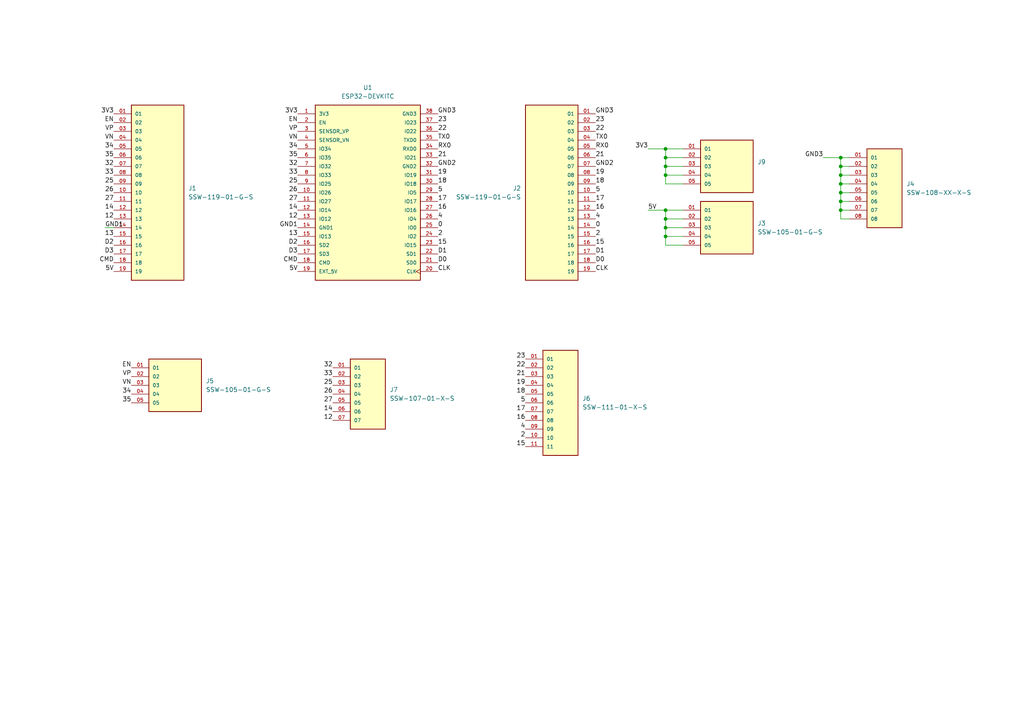
<source format=kicad_sch>
(kicad_sch (version 20230121) (generator eeschema)

  (uuid cd9a8254-86ee-47e2-b859-2402105fd26e)

  (paper "A4")

  (lib_symbols
    (symbol "ESP32-DEVKITC:ESP32-DEVKITC" (pin_names (offset 1.016)) (in_bom yes) (on_board yes)
      (property "Reference" "U" (at -15.2572 26.0643 0)
        (effects (font (size 1.27 1.27)) (justify left bottom))
      )
      (property "Value" "ESP32-DEVKITC" (at -15.2563 -27.9698 0)
        (effects (font (size 1.27 1.27)) (justify left bottom))
      )
      (property "Footprint" "ESP32-DEVKITC:MODULE_ESP32-DEVKITC" (at 0 0 0)
        (effects (font (size 1.27 1.27)) (justify bottom) hide)
      )
      (property "Datasheet" "" (at 0 0 0)
        (effects (font (size 1.27 1.27)) hide)
      )
      (property "MF" "Espressif Systems" (at 0 0 0)
        (effects (font (size 1.27 1.27)) (justify bottom) hide)
      )
      (property "Description" "\nESP32-WROOM-32UE series Transceiver; 802.11 b/g/n (Wi-Fi, WiFi, WLAN), Bluetooth ® Smart Ready 4.x Dual Mode Evaluation Board\n" (at 0 0 0)
        (effects (font (size 1.27 1.27)) (justify bottom) hide)
      )
      (property "Package" "None" (at 0 0 0)
        (effects (font (size 1.27 1.27)) (justify bottom) hide)
      )
      (property "Price" "None" (at 0 0 0)
        (effects (font (size 1.27 1.27)) (justify bottom) hide)
      )
      (property "Check_prices" "https://www.snapeda.com/parts/ESP32-DEVKITC/Espressif+Systems/view-part/?ref=eda" (at 0 0 0)
        (effects (font (size 1.27 1.27)) (justify bottom) hide)
      )
      (property "STANDARD" "Manufacturer Recommendations" (at 0 0 0)
        (effects (font (size 1.27 1.27)) (justify bottom) hide)
      )
      (property "PARTREV" "N/A" (at 0 0 0)
        (effects (font (size 1.27 1.27)) (justify bottom) hide)
      )
      (property "SnapEDA_Link" "https://www.snapeda.com/parts/ESP32-DEVKITC/Espressif+Systems/view-part/?ref=snap" (at 0 0 0)
        (effects (font (size 1.27 1.27)) (justify bottom) hide)
      )
      (property "MP" "ESP32-DEVKITC" (at 0 0 0)
        (effects (font (size 1.27 1.27)) (justify bottom) hide)
      )
      (property "Availability" "In Stock" (at 0 0 0)
        (effects (font (size 1.27 1.27)) (justify bottom) hide)
      )
      (property "MANUFACTURER" "ESPRESSIF" (at 0 0 0)
        (effects (font (size 1.27 1.27)) (justify bottom) hide)
      )
      (symbol "ESP32-DEVKITC_0_0"
        (rectangle (start -15.24 -25.4) (end 15.24 25.4)
          (stroke (width 0.254) (type default))
          (fill (type background))
        )
        (pin power_in line (at -20.32 22.86 0) (length 5.08)
          (name "3V3" (effects (font (size 1.016 1.016))))
          (number "1" (effects (font (size 1.016 1.016))))
        )
        (pin bidirectional line (at -20.32 0 0) (length 5.08)
          (name "IO26" (effects (font (size 1.016 1.016))))
          (number "10" (effects (font (size 1.016 1.016))))
        )
        (pin bidirectional line (at -20.32 -2.54 0) (length 5.08)
          (name "IO27" (effects (font (size 1.016 1.016))))
          (number "11" (effects (font (size 1.016 1.016))))
        )
        (pin bidirectional line (at -20.32 -5.08 0) (length 5.08)
          (name "IO14" (effects (font (size 1.016 1.016))))
          (number "12" (effects (font (size 1.016 1.016))))
        )
        (pin bidirectional line (at -20.32 -7.62 0) (length 5.08)
          (name "IO12" (effects (font (size 1.016 1.016))))
          (number "13" (effects (font (size 1.016 1.016))))
        )
        (pin power_in line (at -20.32 -10.16 0) (length 5.08)
          (name "GND1" (effects (font (size 1.016 1.016))))
          (number "14" (effects (font (size 1.016 1.016))))
        )
        (pin bidirectional line (at -20.32 -12.7 0) (length 5.08)
          (name "IO13" (effects (font (size 1.016 1.016))))
          (number "15" (effects (font (size 1.016 1.016))))
        )
        (pin bidirectional line (at -20.32 -15.24 0) (length 5.08)
          (name "SD2" (effects (font (size 1.016 1.016))))
          (number "16" (effects (font (size 1.016 1.016))))
        )
        (pin bidirectional line (at -20.32 -17.78 0) (length 5.08)
          (name "SD3" (effects (font (size 1.016 1.016))))
          (number "17" (effects (font (size 1.016 1.016))))
        )
        (pin bidirectional line (at -20.32 -20.32 0) (length 5.08)
          (name "CMD" (effects (font (size 1.016 1.016))))
          (number "18" (effects (font (size 1.016 1.016))))
        )
        (pin power_in line (at -20.32 -22.86 0) (length 5.08)
          (name "EXT_5V" (effects (font (size 1.016 1.016))))
          (number "19" (effects (font (size 1.016 1.016))))
        )
        (pin input line (at -20.32 20.32 0) (length 5.08)
          (name "EN" (effects (font (size 1.016 1.016))))
          (number "2" (effects (font (size 1.016 1.016))))
        )
        (pin input clock (at 20.32 -22.86 180) (length 5.08)
          (name "CLK" (effects (font (size 1.016 1.016))))
          (number "20" (effects (font (size 1.016 1.016))))
        )
        (pin bidirectional line (at 20.32 -20.32 180) (length 5.08)
          (name "SD0" (effects (font (size 1.016 1.016))))
          (number "21" (effects (font (size 1.016 1.016))))
        )
        (pin bidirectional line (at 20.32 -17.78 180) (length 5.08)
          (name "SD1" (effects (font (size 1.016 1.016))))
          (number "22" (effects (font (size 1.016 1.016))))
        )
        (pin bidirectional line (at 20.32 -15.24 180) (length 5.08)
          (name "IO15" (effects (font (size 1.016 1.016))))
          (number "23" (effects (font (size 1.016 1.016))))
        )
        (pin bidirectional line (at 20.32 -12.7 180) (length 5.08)
          (name "IO2" (effects (font (size 1.016 1.016))))
          (number "24" (effects (font (size 1.016 1.016))))
        )
        (pin bidirectional line (at 20.32 -10.16 180) (length 5.08)
          (name "IO0" (effects (font (size 1.016 1.016))))
          (number "25" (effects (font (size 1.016 1.016))))
        )
        (pin bidirectional line (at 20.32 -7.62 180) (length 5.08)
          (name "IO4" (effects (font (size 1.016 1.016))))
          (number "26" (effects (font (size 1.016 1.016))))
        )
        (pin bidirectional line (at 20.32 -5.08 180) (length 5.08)
          (name "IO16" (effects (font (size 1.016 1.016))))
          (number "27" (effects (font (size 1.016 1.016))))
        )
        (pin bidirectional line (at 20.32 -2.54 180) (length 5.08)
          (name "IO17" (effects (font (size 1.016 1.016))))
          (number "28" (effects (font (size 1.016 1.016))))
        )
        (pin bidirectional line (at 20.32 0 180) (length 5.08)
          (name "IO5" (effects (font (size 1.016 1.016))))
          (number "29" (effects (font (size 1.016 1.016))))
        )
        (pin input line (at -20.32 17.78 0) (length 5.08)
          (name "SENSOR_VP" (effects (font (size 1.016 1.016))))
          (number "3" (effects (font (size 1.016 1.016))))
        )
        (pin bidirectional line (at 20.32 2.54 180) (length 5.08)
          (name "IO18" (effects (font (size 1.016 1.016))))
          (number "30" (effects (font (size 1.016 1.016))))
        )
        (pin bidirectional line (at 20.32 5.08 180) (length 5.08)
          (name "IO19" (effects (font (size 1.016 1.016))))
          (number "31" (effects (font (size 1.016 1.016))))
        )
        (pin power_in line (at 20.32 7.62 180) (length 5.08)
          (name "GND2" (effects (font (size 1.016 1.016))))
          (number "32" (effects (font (size 1.016 1.016))))
        )
        (pin bidirectional line (at 20.32 10.16 180) (length 5.08)
          (name "IO21" (effects (font (size 1.016 1.016))))
          (number "33" (effects (font (size 1.016 1.016))))
        )
        (pin input line (at 20.32 12.7 180) (length 5.08)
          (name "RXD0" (effects (font (size 1.016 1.016))))
          (number "34" (effects (font (size 1.016 1.016))))
        )
        (pin output line (at 20.32 15.24 180) (length 5.08)
          (name "TXD0" (effects (font (size 1.016 1.016))))
          (number "35" (effects (font (size 1.016 1.016))))
        )
        (pin bidirectional line (at 20.32 17.78 180) (length 5.08)
          (name "IO22" (effects (font (size 1.016 1.016))))
          (number "36" (effects (font (size 1.016 1.016))))
        )
        (pin bidirectional line (at 20.32 20.32 180) (length 5.08)
          (name "IO23" (effects (font (size 1.016 1.016))))
          (number "37" (effects (font (size 1.016 1.016))))
        )
        (pin power_in line (at 20.32 22.86 180) (length 5.08)
          (name "GND3" (effects (font (size 1.016 1.016))))
          (number "38" (effects (font (size 1.016 1.016))))
        )
        (pin input line (at -20.32 15.24 0) (length 5.08)
          (name "SENSOR_VN" (effects (font (size 1.016 1.016))))
          (number "4" (effects (font (size 1.016 1.016))))
        )
        (pin bidirectional line (at -20.32 12.7 0) (length 5.08)
          (name "IO34" (effects (font (size 1.016 1.016))))
          (number "5" (effects (font (size 1.016 1.016))))
        )
        (pin bidirectional line (at -20.32 10.16 0) (length 5.08)
          (name "IO35" (effects (font (size 1.016 1.016))))
          (number "6" (effects (font (size 1.016 1.016))))
        )
        (pin bidirectional line (at -20.32 7.62 0) (length 5.08)
          (name "IO32" (effects (font (size 1.016 1.016))))
          (number "7" (effects (font (size 1.016 1.016))))
        )
        (pin bidirectional line (at -20.32 5.08 0) (length 5.08)
          (name "IO33" (effects (font (size 1.016 1.016))))
          (number "8" (effects (font (size 1.016 1.016))))
        )
        (pin bidirectional line (at -20.32 2.54 0) (length 5.08)
          (name "IO25" (effects (font (size 1.016 1.016))))
          (number "9" (effects (font (size 1.016 1.016))))
        )
      )
    )
    (symbol "SSW-105-01-G-S:SSW-105-01-G-S" (pin_names (offset 1.016)) (in_bom yes) (on_board yes)
      (property "Reference" "J" (at -8.12 7.62 0)
        (effects (font (size 1.27 1.27)) (justify left bottom))
      )
      (property "Value" "SSW-105-01-G-S" (at -7.62 -10.16 0)
        (effects (font (size 1.27 1.27)) (justify left bottom))
      )
      (property "Footprint" "SSW-105-01-G-S:SAMTEC_SSW-105-01-G-S" (at 0 0 0)
        (effects (font (size 1.27 1.27)) (justify bottom) hide)
      )
      (property "Datasheet" "" (at 0 0 0)
        (effects (font (size 1.27 1.27)) hide)
      )
      (property "MF" "Samtec Inc." (at 0 0 0)
        (effects (font (size 1.27 1.27)) (justify bottom) hide)
      )
      (property "Description" "\nSSW - Samtec 2.54mm Single Row Straight Socket Strip 8.5 Profile - Fast Stock\n" (at 0 0 0)
        (effects (font (size 1.27 1.27)) (justify bottom) hide)
      )
      (property "Package" "None" (at 0 0 0)
        (effects (font (size 1.27 1.27)) (justify bottom) hide)
      )
      (property "Price" "None" (at 0 0 0)
        (effects (font (size 1.27 1.27)) (justify bottom) hide)
      )
      (property "Check_prices" "https://www.snapeda.com/parts/SSW-105-01-G-S/Samtec+Inc./view-part/?ref=eda" (at 0 0 0)
        (effects (font (size 1.27 1.27)) (justify bottom) hide)
      )
      (property "STANDARD" "Manufacturer Recommendations" (at 0 0 0)
        (effects (font (size 1.27 1.27)) (justify bottom) hide)
      )
      (property "PARTREV" "R" (at 0 0 0)
        (effects (font (size 1.27 1.27)) (justify bottom) hide)
      )
      (property "SnapEDA_Link" "https://www.snapeda.com/parts/SSW-105-01-G-S/Samtec+Inc./view-part/?ref=snap" (at 0 0 0)
        (effects (font (size 1.27 1.27)) (justify bottom) hide)
      )
      (property "MP" "SSW-105-01-G-S" (at 0 0 0)
        (effects (font (size 1.27 1.27)) (justify bottom) hide)
      )
      (property "Availability" "In Stock" (at 0 0 0)
        (effects (font (size 1.27 1.27)) (justify bottom) hide)
      )
      (property "MANUFACTURER" "Samtec Inc." (at 0 0 0)
        (effects (font (size 1.27 1.27)) (justify bottom) hide)
      )
      (symbol "SSW-105-01-G-S_0_0"
        (rectangle (start -7.62 -7.62) (end 7.62 7.62)
          (stroke (width 0.254) (type default))
          (fill (type background))
        )
        (pin passive line (at -12.7 5.08 0) (length 5.08)
          (name "01" (effects (font (size 1.016 1.016))))
          (number "01" (effects (font (size 1.016 1.016))))
        )
        (pin passive line (at -12.7 2.54 0) (length 5.08)
          (name "02" (effects (font (size 1.016 1.016))))
          (number "02" (effects (font (size 1.016 1.016))))
        )
        (pin passive line (at -12.7 0 0) (length 5.08)
          (name "03" (effects (font (size 1.016 1.016))))
          (number "03" (effects (font (size 1.016 1.016))))
        )
        (pin passive line (at -12.7 -2.54 0) (length 5.08)
          (name "04" (effects (font (size 1.016 1.016))))
          (number "04" (effects (font (size 1.016 1.016))))
        )
        (pin passive line (at -12.7 -5.08 0) (length 5.08)
          (name "05" (effects (font (size 1.016 1.016))))
          (number "05" (effects (font (size 1.016 1.016))))
        )
      )
    )
    (symbol "SSW-107-01-X-S:SSW-107-01-X-S" (pin_names (offset 1.016)) (in_bom yes) (on_board yes)
      (property "Reference" "J" (at -5.08 11.43 0)
        (effects (font (size 1.27 1.27)) (justify left bottom))
      )
      (property "Value" "SSW-107-01-X-S" (at -5.08 -11.43 0)
        (effects (font (size 1.27 1.27)) (justify left top))
      )
      (property "Footprint" "SSW-107-01-X-S:SAMTEC_SSW-107-01-X-S" (at 0 0 0)
        (effects (font (size 1.27 1.27)) (justify bottom) hide)
      )
      (property "Datasheet" "" (at 0 0 0)
        (effects (font (size 1.27 1.27)) hide)
      )
      (property "SnapEDA_Link" "https://www.snapeda.com/parts/SSW-107-01-T-S/Samtec/view-part/?ref=snap" (at 0 0 0)
        (effects (font (size 1.27 1.27)) (justify bottom) hide)
      )
      (property "MAXIMUM_PACKAGE_HEIGHT" "8.51mm" (at 0 0 0)
        (effects (font (size 1.27 1.27)) (justify bottom) hide)
      )
      (property "Package" "None" (at 0 0 0)
        (effects (font (size 1.27 1.27)) (justify bottom) hide)
      )
      (property "Check_prices" "https://www.snapeda.com/parts/SSW-107-01-T-S/Samtec/view-part/?ref=eda" (at 0 0 0)
        (effects (font (size 1.27 1.27)) (justify bottom) hide)
      )
      (property "STANDARD" "Manufacturer Recommendations" (at 0 0 0)
        (effects (font (size 1.27 1.27)) (justify bottom) hide)
      )
      (property "PARTREV" "A" (at 0 0 0)
        (effects (font (size 1.27 1.27)) (justify bottom) hide)
      )
      (property "MF" "Samtec" (at 0 0 0)
        (effects (font (size 1.27 1.27)) (justify bottom) hide)
      )
      (property "RS_Components_1557908_Purchase_URL" "https://www.snapeda.com/api/url_track_click/https%253A//uk.rs-online.com/web/p/pcb-sockets/1557908//%253Futm_campaign%253Dbuynow%2526utm_medium%253Daggregator%2526utm_source%253Dsnapeda%2526cm_mmc%253Daff-_-uk-_-snapeda-_-1557908/?unipart_id=616323&manufacturer=Samtec&part_name=SSW-107-01-T-S&search_term=ssw 107" (at 0 0 0)
        (effects (font (size 1.27 1.27)) (justify bottom) hide)
      )
      (property "MP" "SSW-107-01-T-S" (at 0 0 0)
        (effects (font (size 1.27 1.27)) (justify bottom) hide)
      )
      (property "Description" "\nSSW - Samtec 2.54mm Single Row Straight Socket Strip 8.5 Profile - Fast Stock\n" (at 0 0 0)
        (effects (font (size 1.27 1.27)) (justify bottom) hide)
      )
      (property "MANUFACTURER" "Samtec" (at 0 0 0)
        (effects (font (size 1.27 1.27)) (justify bottom) hide)
      )
      (symbol "SSW-107-01-X-S_0_0"
        (rectangle (start -5.08 -10.16) (end 5.08 10.16)
          (stroke (width 0.254) (type default))
          (fill (type background))
        )
        (pin passive line (at -10.16 7.62 0) (length 5.08)
          (name "01" (effects (font (size 1.016 1.016))))
          (number "01" (effects (font (size 1.016 1.016))))
        )
        (pin passive line (at -10.16 5.08 0) (length 5.08)
          (name "02" (effects (font (size 1.016 1.016))))
          (number "02" (effects (font (size 1.016 1.016))))
        )
        (pin passive line (at -10.16 2.54 0) (length 5.08)
          (name "03" (effects (font (size 1.016 1.016))))
          (number "03" (effects (font (size 1.016 1.016))))
        )
        (pin passive line (at -10.16 0 0) (length 5.08)
          (name "04" (effects (font (size 1.016 1.016))))
          (number "04" (effects (font (size 1.016 1.016))))
        )
        (pin passive line (at -10.16 -2.54 0) (length 5.08)
          (name "05" (effects (font (size 1.016 1.016))))
          (number "05" (effects (font (size 1.016 1.016))))
        )
        (pin passive line (at -10.16 -5.08 0) (length 5.08)
          (name "06" (effects (font (size 1.016 1.016))))
          (number "06" (effects (font (size 1.016 1.016))))
        )
        (pin passive line (at -10.16 -7.62 0) (length 5.08)
          (name "07" (effects (font (size 1.016 1.016))))
          (number "07" (effects (font (size 1.016 1.016))))
        )
      )
    )
    (symbol "SSW-108-XX-X-S:SSW-108-XX-X-S" (pin_names (offset 1.016)) (in_bom yes) (on_board yes)
      (property "Reference" "J" (at -5.08 11.43 0)
        (effects (font (size 1.27 1.27)) (justify left bottom))
      )
      (property "Value" "SSW-108-XX-X-S" (at -5.08 -13.97 0)
        (effects (font (size 1.27 1.27)) (justify left top))
      )
      (property "Footprint" "SSW-108-XX-X-S:SAMTEC_SSW-108-XX-X-S" (at 0 0 0)
        (effects (font (size 1.27 1.27)) (justify bottom) hide)
      )
      (property "Datasheet" "" (at 0 0 0)
        (effects (font (size 1.27 1.27)) hide)
      )
      (property "MF" "Samtec Inc." (at 0 0 0)
        (effects (font (size 1.27 1.27)) (justify bottom) hide)
      )
      (property "Description" "\n8 Position Receptacle Connector 0.100 (2.54mm) Through Hole, Right Angle Tin\n" (at 0 0 0)
        (effects (font (size 1.27 1.27)) (justify bottom) hide)
      )
      (property "Package" "None" (at 0 0 0)
        (effects (font (size 1.27 1.27)) (justify bottom) hide)
      )
      (property "Price" "None" (at 0 0 0)
        (effects (font (size 1.27 1.27)) (justify bottom) hide)
      )
      (property "Check_prices" "https://www.snapeda.com/parts/SSW-108-03-T-S/Samtec+Inc./view-part/?ref=eda" (at 0 0 0)
        (effects (font (size 1.27 1.27)) (justify bottom) hide)
      )
      (property "STANDARD" "Manufacturer Recommendations" (at 0 0 0)
        (effects (font (size 1.27 1.27)) (justify bottom) hide)
      )
      (property "PARTREV" "A" (at 0 0 0)
        (effects (font (size 1.27 1.27)) (justify bottom) hide)
      )
      (property "SnapEDA_Link" "https://www.snapeda.com/parts/SSW-108-03-T-S/Samtec+Inc./view-part/?ref=snap" (at 0 0 0)
        (effects (font (size 1.27 1.27)) (justify bottom) hide)
      )
      (property "MP" "SSW-108-03-T-S" (at 0 0 0)
        (effects (font (size 1.27 1.27)) (justify bottom) hide)
      )
      (property "Availability" "In Stock" (at 0 0 0)
        (effects (font (size 1.27 1.27)) (justify bottom) hide)
      )
      (property "MANUFACTURER" "Samtec" (at 0 0 0)
        (effects (font (size 1.27 1.27)) (justify bottom) hide)
      )
      (symbol "SSW-108-XX-X-S_0_0"
        (rectangle (start -5.08 -12.7) (end 5.08 10.16)
          (stroke (width 0.254) (type default))
          (fill (type background))
        )
        (pin passive line (at -10.16 7.62 0) (length 5.08)
          (name "01" (effects (font (size 1.016 1.016))))
          (number "01" (effects (font (size 1.016 1.016))))
        )
        (pin passive line (at -10.16 5.08 0) (length 5.08)
          (name "02" (effects (font (size 1.016 1.016))))
          (number "02" (effects (font (size 1.016 1.016))))
        )
        (pin passive line (at -10.16 2.54 0) (length 5.08)
          (name "03" (effects (font (size 1.016 1.016))))
          (number "03" (effects (font (size 1.016 1.016))))
        )
        (pin passive line (at -10.16 0 0) (length 5.08)
          (name "04" (effects (font (size 1.016 1.016))))
          (number "04" (effects (font (size 1.016 1.016))))
        )
        (pin passive line (at -10.16 -2.54 0) (length 5.08)
          (name "05" (effects (font (size 1.016 1.016))))
          (number "05" (effects (font (size 1.016 1.016))))
        )
        (pin passive line (at -10.16 -5.08 0) (length 5.08)
          (name "06" (effects (font (size 1.016 1.016))))
          (number "06" (effects (font (size 1.016 1.016))))
        )
        (pin passive line (at -10.16 -7.62 0) (length 5.08)
          (name "07" (effects (font (size 1.016 1.016))))
          (number "07" (effects (font (size 1.016 1.016))))
        )
        (pin passive line (at -10.16 -10.16 0) (length 5.08)
          (name "08" (effects (font (size 1.016 1.016))))
          (number "08" (effects (font (size 1.016 1.016))))
        )
      )
    )
    (symbol "SSW-111-01-X-S:SSW-111-01-X-S" (pin_names (offset 1.016)) (in_bom yes) (on_board yes)
      (property "Reference" "J" (at -5.08 15.748 0)
        (effects (font (size 1.27 1.27)) (justify left bottom))
      )
      (property "Value" "SSW-111-01-X-S" (at -5.08 -15.748 0)
        (effects (font (size 1.27 1.27)) (justify left top))
      )
      (property "Footprint" "SSW-111-01-X-S:SAMTEC_SSW-111-01-X-S" (at 0 0 0)
        (effects (font (size 1.27 1.27)) (justify bottom) hide)
      )
      (property "Datasheet" "" (at 0 0 0)
        (effects (font (size 1.27 1.27)) hide)
      )
      (property "MF" "Samtec Inc." (at 0 0 0)
        (effects (font (size 1.27 1.27)) (justify bottom) hide)
      )
      (property "MAXIMUM_PACKAGE_HEIGHT" "8.51mm" (at 0 0 0)
        (effects (font (size 1.27 1.27)) (justify bottom) hide)
      )
      (property "Package" "None" (at 0 0 0)
        (effects (font (size 1.27 1.27)) (justify bottom) hide)
      )
      (property "Price" "None" (at 0 0 0)
        (effects (font (size 1.27 1.27)) (justify bottom) hide)
      )
      (property "Check_prices" "https://www.snapeda.com/parts/SSW-111-01-G-S/Samtec+Inc./view-part/?ref=eda" (at 0 0 0)
        (effects (font (size 1.27 1.27)) (justify bottom) hide)
      )
      (property "STANDARD" "Manufacturer recommendations" (at 0 0 0)
        (effects (font (size 1.27 1.27)) (justify bottom) hide)
      )
      (property "PARTREV" "A" (at 0 0 0)
        (effects (font (size 1.27 1.27)) (justify bottom) hide)
      )
      (property "SnapEDA_Link" "https://www.snapeda.com/parts/SSW-111-01-G-S/Samtec+Inc./view-part/?ref=snap" (at 0 0 0)
        (effects (font (size 1.27 1.27)) (justify bottom) hide)
      )
      (property "MP" "SSW-111-01-G-S" (at 0 0 0)
        (effects (font (size 1.27 1.27)) (justify bottom) hide)
      )
      (property "Description" "\nSSW - Samtec 2.54mm Single Row Straight Socket Strip 8.5 Profile (mcv)(TO22)\n" (at 0 0 0)
        (effects (font (size 1.27 1.27)) (justify bottom) hide)
      )
      (property "Availability" "In Stock" (at 0 0 0)
        (effects (font (size 1.27 1.27)) (justify bottom) hide)
      )
      (property "MANUFACTURER" "Samtec" (at 0 0 0)
        (effects (font (size 1.27 1.27)) (justify bottom) hide)
      )
      (symbol "SSW-111-01-X-S_0_0"
        (rectangle (start -5.08 -15.24) (end 5.08 15.24)
          (stroke (width 0.254) (type default))
          (fill (type background))
        )
        (pin passive line (at -10.16 12.7 0) (length 5.08)
          (name "01" (effects (font (size 1.016 1.016))))
          (number "01" (effects (font (size 1.016 1.016))))
        )
        (pin passive line (at -10.16 10.16 0) (length 5.08)
          (name "02" (effects (font (size 1.016 1.016))))
          (number "02" (effects (font (size 1.016 1.016))))
        )
        (pin passive line (at -10.16 7.62 0) (length 5.08)
          (name "03" (effects (font (size 1.016 1.016))))
          (number "03" (effects (font (size 1.016 1.016))))
        )
        (pin passive line (at -10.16 5.08 0) (length 5.08)
          (name "04" (effects (font (size 1.016 1.016))))
          (number "04" (effects (font (size 1.016 1.016))))
        )
        (pin passive line (at -10.16 2.54 0) (length 5.08)
          (name "05" (effects (font (size 1.016 1.016))))
          (number "05" (effects (font (size 1.016 1.016))))
        )
        (pin passive line (at -10.16 0 0) (length 5.08)
          (name "06" (effects (font (size 1.016 1.016))))
          (number "06" (effects (font (size 1.016 1.016))))
        )
        (pin passive line (at -10.16 -2.54 0) (length 5.08)
          (name "07" (effects (font (size 1.016 1.016))))
          (number "07" (effects (font (size 1.016 1.016))))
        )
        (pin passive line (at -10.16 -5.08 0) (length 5.08)
          (name "08" (effects (font (size 1.016 1.016))))
          (number "08" (effects (font (size 1.016 1.016))))
        )
        (pin passive line (at -10.16 -7.62 0) (length 5.08)
          (name "09" (effects (font (size 1.016 1.016))))
          (number "09" (effects (font (size 1.016 1.016))))
        )
        (pin passive line (at -10.16 -10.16 0) (length 5.08)
          (name "10" (effects (font (size 1.016 1.016))))
          (number "10" (effects (font (size 1.016 1.016))))
        )
        (pin passive line (at -10.16 -12.7 0) (length 5.08)
          (name "11" (effects (font (size 1.016 1.016))))
          (number "11" (effects (font (size 1.016 1.016))))
        )
      )
    )
    (symbol "SSW-119-01-G-S:SSW-119-01-G-S" (pin_names (offset 1.016)) (in_bom yes) (on_board yes)
      (property "Reference" "J" (at -8.12 25.4 0)
        (effects (font (size 1.27 1.27)) (justify left bottom))
      )
      (property "Value" "SSW-119-01-G-S" (at -7.62 -27.94 0)
        (effects (font (size 1.27 1.27)) (justify left bottom))
      )
      (property "Footprint" "SSW-119-01-G-S:SAMTEC_SSW-119-01-G-S" (at 0 0 0)
        (effects (font (size 1.27 1.27)) (justify bottom) hide)
      )
      (property "Datasheet" "" (at 0 0 0)
        (effects (font (size 1.27 1.27)) hide)
      )
      (property "MF" "Samtec" (at 0 0 0)
        (effects (font (size 1.27 1.27)) (justify bottom) hide)
      )
      (property "Description" "\n19 Position Receptacle Connector 0.100 (2.54mm) Through Hole Gold\n" (at 0 0 0)
        (effects (font (size 1.27 1.27)) (justify bottom) hide)
      )
      (property "Package" "None" (at 0 0 0)
        (effects (font (size 1.27 1.27)) (justify bottom) hide)
      )
      (property "Price" "None" (at 0 0 0)
        (effects (font (size 1.27 1.27)) (justify bottom) hide)
      )
      (property "Check_prices" "https://www.snapeda.com/parts/SSW-119-01-G-S/Samtec/view-part/?ref=eda" (at 0 0 0)
        (effects (font (size 1.27 1.27)) (justify bottom) hide)
      )
      (property "STANDARD" "Manufacturer Recommendations" (at 0 0 0)
        (effects (font (size 1.27 1.27)) (justify bottom) hide)
      )
      (property "PARTREV" "R" (at 0 0 0)
        (effects (font (size 1.27 1.27)) (justify bottom) hide)
      )
      (property "SnapEDA_Link" "https://www.snapeda.com/parts/SSW-119-01-G-S/Samtec/view-part/?ref=snap" (at 0 0 0)
        (effects (font (size 1.27 1.27)) (justify bottom) hide)
      )
      (property "MP" "SSW-119-01-G-S" (at 0 0 0)
        (effects (font (size 1.27 1.27)) (justify bottom) hide)
      )
      (property "Availability" "In Stock" (at 0 0 0)
        (effects (font (size 1.27 1.27)) (justify bottom) hide)
      )
      (property "MANUFACTURER" "Samtec" (at 0 0 0)
        (effects (font (size 1.27 1.27)) (justify bottom) hide)
      )
      (symbol "SSW-119-01-G-S_0_0"
        (rectangle (start -7.62 -25.4) (end 7.62 25.4)
          (stroke (width 0.254) (type default))
          (fill (type background))
        )
        (pin passive line (at -12.7 22.86 0) (length 5.08)
          (name "01" (effects (font (size 1.016 1.016))))
          (number "01" (effects (font (size 1.016 1.016))))
        )
        (pin passive line (at -12.7 20.32 0) (length 5.08)
          (name "02" (effects (font (size 1.016 1.016))))
          (number "02" (effects (font (size 1.016 1.016))))
        )
        (pin passive line (at -12.7 17.78 0) (length 5.08)
          (name "03" (effects (font (size 1.016 1.016))))
          (number "03" (effects (font (size 1.016 1.016))))
        )
        (pin passive line (at -12.7 15.24 0) (length 5.08)
          (name "04" (effects (font (size 1.016 1.016))))
          (number "04" (effects (font (size 1.016 1.016))))
        )
        (pin passive line (at -12.7 12.7 0) (length 5.08)
          (name "05" (effects (font (size 1.016 1.016))))
          (number "05" (effects (font (size 1.016 1.016))))
        )
        (pin passive line (at -12.7 10.16 0) (length 5.08)
          (name "06" (effects (font (size 1.016 1.016))))
          (number "06" (effects (font (size 1.016 1.016))))
        )
        (pin passive line (at -12.7 7.62 0) (length 5.08)
          (name "07" (effects (font (size 1.016 1.016))))
          (number "07" (effects (font (size 1.016 1.016))))
        )
        (pin passive line (at -12.7 5.08 0) (length 5.08)
          (name "08" (effects (font (size 1.016 1.016))))
          (number "08" (effects (font (size 1.016 1.016))))
        )
        (pin passive line (at -12.7 2.54 0) (length 5.08)
          (name "09" (effects (font (size 1.016 1.016))))
          (number "09" (effects (font (size 1.016 1.016))))
        )
        (pin passive line (at -12.7 0 0) (length 5.08)
          (name "10" (effects (font (size 1.016 1.016))))
          (number "10" (effects (font (size 1.016 1.016))))
        )
        (pin passive line (at -12.7 -2.54 0) (length 5.08)
          (name "11" (effects (font (size 1.016 1.016))))
          (number "11" (effects (font (size 1.016 1.016))))
        )
        (pin passive line (at -12.7 -5.08 0) (length 5.08)
          (name "12" (effects (font (size 1.016 1.016))))
          (number "12" (effects (font (size 1.016 1.016))))
        )
        (pin passive line (at -12.7 -7.62 0) (length 5.08)
          (name "13" (effects (font (size 1.016 1.016))))
          (number "13" (effects (font (size 1.016 1.016))))
        )
        (pin passive line (at -12.7 -10.16 0) (length 5.08)
          (name "14" (effects (font (size 1.016 1.016))))
          (number "14" (effects (font (size 1.016 1.016))))
        )
        (pin passive line (at -12.7 -12.7 0) (length 5.08)
          (name "15" (effects (font (size 1.016 1.016))))
          (number "15" (effects (font (size 1.016 1.016))))
        )
        (pin passive line (at -12.7 -15.24 0) (length 5.08)
          (name "16" (effects (font (size 1.016 1.016))))
          (number "16" (effects (font (size 1.016 1.016))))
        )
        (pin passive line (at -12.7 -17.78 0) (length 5.08)
          (name "17" (effects (font (size 1.016 1.016))))
          (number "17" (effects (font (size 1.016 1.016))))
        )
        (pin passive line (at -12.7 -20.32 0) (length 5.08)
          (name "18" (effects (font (size 1.016 1.016))))
          (number "18" (effects (font (size 1.016 1.016))))
        )
        (pin passive line (at -12.7 -22.86 0) (length 5.08)
          (name "19" (effects (font (size 1.016 1.016))))
          (number "19" (effects (font (size 1.016 1.016))))
        )
      )
    )
  )

  (junction (at 193.04 45.72) (diameter 0) (color 0 0 0 0)
    (uuid 00a8e1b7-af97-4147-8b61-c3c36402cea7)
  )
  (junction (at 243.84 45.72) (diameter 0) (color 0 0 0 0)
    (uuid 134e3b02-86cf-4e72-9ce3-ae6a3327f237)
  )
  (junction (at 193.04 50.8) (diameter 0) (color 0 0 0 0)
    (uuid 15ccb840-60a0-41c7-950e-c7cb20f990f2)
  )
  (junction (at 193.04 68.58) (diameter 0) (color 0 0 0 0)
    (uuid 232df981-b5b1-4205-959b-debbe6c9256f)
  )
  (junction (at 243.84 55.88) (diameter 0) (color 0 0 0 0)
    (uuid 313494b0-6a31-4747-80e5-fd49a35a1620)
  )
  (junction (at 243.84 50.8) (diameter 0) (color 0 0 0 0)
    (uuid 3a7d72fb-138e-4ebd-a8f2-52ecddce1c4d)
  )
  (junction (at 193.04 48.26) (diameter 0) (color 0 0 0 0)
    (uuid 41484af7-4761-41fa-88ed-eae229d05dee)
  )
  (junction (at 243.84 48.26) (diameter 0) (color 0 0 0 0)
    (uuid 5e09a07b-7e32-4d30-b84c-02e218ad0f9c)
  )
  (junction (at 193.04 63.5) (diameter 0) (color 0 0 0 0)
    (uuid 8a7dc0e0-cd6e-4be0-a34e-214888511273)
  )
  (junction (at 193.04 60.96) (diameter 0) (color 0 0 0 0)
    (uuid 8f06459d-c519-4c89-aa55-1427a99380f0)
  )
  (junction (at 193.04 66.04) (diameter 0) (color 0 0 0 0)
    (uuid a50e96ab-eaa6-4b06-8b8c-064a79fd8fd1)
  )
  (junction (at 243.84 60.96) (diameter 0) (color 0 0 0 0)
    (uuid ced446df-e899-4d2c-9664-ba37dd2ef3cb)
  )
  (junction (at 193.04 43.18) (diameter 0) (color 0 0 0 0)
    (uuid d7df66e9-e09e-4160-ba75-6dafdde4e7d9)
  )
  (junction (at 243.84 58.42) (diameter 0) (color 0 0 0 0)
    (uuid eaf0a3df-1d9d-4be8-8e3f-0f4ea4246703)
  )
  (junction (at 243.84 53.34) (diameter 0) (color 0 0 0 0)
    (uuid fd8063fd-6128-4458-bcee-3faed88123a1)
  )

  (wire (pts (xy 243.84 58.42) (xy 246.38 58.42))
    (stroke (width 0) (type default))
    (uuid 0ec497fb-7616-48a1-87a5-f6b8d27ef723)
  )
  (wire (pts (xy 193.04 60.96) (xy 193.04 63.5))
    (stroke (width 0) (type default))
    (uuid 129165ef-3d39-40d1-bb3f-47696b415af6)
  )
  (wire (pts (xy 243.84 60.96) (xy 246.38 60.96))
    (stroke (width 0) (type default))
    (uuid 1cf838b7-26e8-4153-96fd-07307fc7740a)
  )
  (wire (pts (xy 193.04 68.58) (xy 193.04 71.12))
    (stroke (width 0) (type default))
    (uuid 1d6de933-238d-4e25-a103-cd3688ccf607)
  )
  (wire (pts (xy 238.76 45.72) (xy 243.84 45.72))
    (stroke (width 0) (type default))
    (uuid 1eecb5cf-870f-40ca-90cb-fb62004e58ac)
  )
  (wire (pts (xy 30.48 66.04) (xy 33.02 66.04))
    (stroke (width 0) (type default))
    (uuid 22a89364-fab3-46ce-be2b-239d4b8656ed)
  )
  (wire (pts (xy 193.04 48.26) (xy 193.04 50.8))
    (stroke (width 0) (type default))
    (uuid 42737f84-0576-46b2-b527-9b75a92ae322)
  )
  (wire (pts (xy 193.04 71.12) (xy 198.12 71.12))
    (stroke (width 0) (type default))
    (uuid 44ce3107-ff27-4489-8c3e-4c57e1624b1d)
  )
  (wire (pts (xy 193.04 50.8) (xy 193.04 53.34))
    (stroke (width 0) (type default))
    (uuid 478a59ea-d506-4831-b600-977e83b3b5cb)
  )
  (wire (pts (xy 243.84 60.96) (xy 243.84 63.5))
    (stroke (width 0) (type default))
    (uuid 49001cff-f3bc-4c97-8d45-24f53a30fbe6)
  )
  (wire (pts (xy 193.04 45.72) (xy 193.04 48.26))
    (stroke (width 0) (type default))
    (uuid 49fb75a7-1151-432c-a551-6358373b045a)
  )
  (wire (pts (xy 243.84 53.34) (xy 243.84 55.88))
    (stroke (width 0) (type default))
    (uuid 5670806b-5672-461b-b46e-b38db32f5f71)
  )
  (wire (pts (xy 193.04 63.5) (xy 193.04 66.04))
    (stroke (width 0) (type default))
    (uuid 63542848-9a74-442b-abd6-c61fe4a9f278)
  )
  (wire (pts (xy 243.84 63.5) (xy 246.38 63.5))
    (stroke (width 0) (type default))
    (uuid 68d8dc62-ed2d-4510-a37a-8c6c0e6cfea7)
  )
  (wire (pts (xy 193.04 50.8) (xy 198.12 50.8))
    (stroke (width 0) (type default))
    (uuid 6f477085-6c0a-4c73-a63a-776ab2927d99)
  )
  (wire (pts (xy 193.04 48.26) (xy 198.12 48.26))
    (stroke (width 0) (type default))
    (uuid 80a0c502-9378-49b3-8497-964119e0c0ff)
  )
  (wire (pts (xy 193.04 68.58) (xy 198.12 68.58))
    (stroke (width 0) (type default))
    (uuid 86195edd-c671-4e55-815a-a5f7da21b600)
  )
  (wire (pts (xy 243.84 50.8) (xy 243.84 53.34))
    (stroke (width 0) (type default))
    (uuid 92248584-e832-4162-8e57-054257058c30)
  )
  (wire (pts (xy 243.84 55.88) (xy 246.38 55.88))
    (stroke (width 0) (type default))
    (uuid a4cac3ae-fbc4-489c-8c79-8e9cf03440ad)
  )
  (wire (pts (xy 243.84 45.72) (xy 246.38 45.72))
    (stroke (width 0) (type default))
    (uuid a554c320-07cf-46bd-87ee-c7c98efe8dab)
  )
  (wire (pts (xy 193.04 63.5) (xy 198.12 63.5))
    (stroke (width 0) (type default))
    (uuid a8a5129f-109c-4a49-afaf-a284c893ca1f)
  )
  (wire (pts (xy 193.04 66.04) (xy 193.04 68.58))
    (stroke (width 0) (type default))
    (uuid ab85cd7b-583a-4c66-9208-5be327e61641)
  )
  (wire (pts (xy 243.84 53.34) (xy 246.38 53.34))
    (stroke (width 0) (type default))
    (uuid b3e3052e-c6dd-4cab-bd6f-191b1da3fa6f)
  )
  (wire (pts (xy 193.04 53.34) (xy 198.12 53.34))
    (stroke (width 0) (type default))
    (uuid b47a54cc-6495-4c07-a052-c5f48d424c08)
  )
  (wire (pts (xy 193.04 43.18) (xy 198.12 43.18))
    (stroke (width 0) (type default))
    (uuid b79143e4-164c-43b9-a2d0-e561eaf84b47)
  )
  (wire (pts (xy 243.84 58.42) (xy 243.84 60.96))
    (stroke (width 0) (type default))
    (uuid bf2f77e5-29f7-41ba-98d2-0eeed93b01c4)
  )
  (wire (pts (xy 187.96 43.18) (xy 193.04 43.18))
    (stroke (width 0) (type default))
    (uuid c09fa967-2804-48a8-bcbe-01ba871ab393)
  )
  (wire (pts (xy 243.84 48.26) (xy 246.38 48.26))
    (stroke (width 0) (type default))
    (uuid c0d4cd6d-4b8e-4337-aacc-1b2aa3870ad9)
  )
  (wire (pts (xy 193.04 45.72) (xy 198.12 45.72))
    (stroke (width 0) (type default))
    (uuid c3886447-5e92-4c19-999a-4035b795182e)
  )
  (wire (pts (xy 193.04 60.96) (xy 198.12 60.96))
    (stroke (width 0) (type default))
    (uuid cf2570a8-3a5e-44d2-a3d4-74a859257b8e)
  )
  (wire (pts (xy 193.04 66.04) (xy 198.12 66.04))
    (stroke (width 0) (type default))
    (uuid cfffea9f-9b5f-45da-940b-72f2620c2437)
  )
  (wire (pts (xy 243.84 50.8) (xy 246.38 50.8))
    (stroke (width 0) (type default))
    (uuid d2d9c762-e634-4bf3-9487-a9a7d918004b)
  )
  (wire (pts (xy 193.04 43.18) (xy 193.04 45.72))
    (stroke (width 0) (type default))
    (uuid d93d9d09-5dd5-492a-bfed-3c6b2966b23b)
  )
  (wire (pts (xy 243.84 45.72) (xy 243.84 48.26))
    (stroke (width 0) (type default))
    (uuid eb878c82-b5b2-47e2-8cf5-530c379bfc3e)
  )
  (wire (pts (xy 243.84 55.88) (xy 243.84 58.42))
    (stroke (width 0) (type default))
    (uuid ef5e940c-08ad-4ad5-8984-97d6c603ef39)
  )
  (wire (pts (xy 187.96 60.96) (xy 193.04 60.96))
    (stroke (width 0) (type default))
    (uuid f15bd2fb-2525-4a93-86bc-6070749fd84a)
  )
  (wire (pts (xy 243.84 48.26) (xy 243.84 50.8))
    (stroke (width 0) (type default))
    (uuid f412cd58-488d-48e1-9375-1523b1481bed)
  )

  (label "4" (at 172.72 63.5 0) (fields_autoplaced)
    (effects (font (size 1.27 1.27)) (justify left bottom))
    (uuid 02d15320-6bb1-4aca-8849-c5f9b3182719)
  )
  (label "35" (at 86.36 45.72 180) (fields_autoplaced)
    (effects (font (size 1.27 1.27)) (justify right bottom))
    (uuid 065417b3-313e-471f-9892-cc9d4867f1a1)
  )
  (label "GND2" (at 172.72 48.26 0) (fields_autoplaced)
    (effects (font (size 1.27 1.27)) (justify left bottom))
    (uuid 07937509-00da-4bb8-a30c-df866082db9b)
  )
  (label "12" (at 86.36 63.5 180) (fields_autoplaced)
    (effects (font (size 1.27 1.27)) (justify right bottom))
    (uuid 0aa2ab98-0abb-42ca-bdcd-aeb1b9a391d5)
  )
  (label "2" (at 127 68.58 0) (fields_autoplaced)
    (effects (font (size 1.27 1.27)) (justify left bottom))
    (uuid 0b3fbe5e-df27-42e2-9415-f0668b8c8d10)
  )
  (label "26" (at 86.36 55.88 180) (fields_autoplaced)
    (effects (font (size 1.27 1.27)) (justify right bottom))
    (uuid 0b94d3dc-2386-45dc-8e91-fbc62591085c)
  )
  (label "15" (at 152.4 129.54 180) (fields_autoplaced)
    (effects (font (size 1.27 1.27)) (justify right bottom))
    (uuid 0cd60420-9391-41cb-aca0-b49fcc43b8ac)
  )
  (label "33" (at 86.36 50.8 180) (fields_autoplaced)
    (effects (font (size 1.27 1.27)) (justify right bottom))
    (uuid 0e44b92d-192c-4a71-89e0-b96b053af07c)
  )
  (label "14" (at 96.52 119.38 180) (fields_autoplaced)
    (effects (font (size 1.27 1.27)) (justify right bottom))
    (uuid 0f3a62cc-4500-488f-abc7-631e4d552ed5)
  )
  (label "TX0" (at 127 40.64 0) (fields_autoplaced)
    (effects (font (size 1.27 1.27)) (justify left bottom))
    (uuid 10dca482-f72c-474c-927e-ae41ea777664)
  )
  (label "TX0" (at 172.72 40.64 0) (fields_autoplaced)
    (effects (font (size 1.27 1.27)) (justify left bottom))
    (uuid 13e2a6be-e880-4bf3-853c-8977c1a9b582)
  )
  (label "5V" (at 86.36 78.74 180) (fields_autoplaced)
    (effects (font (size 1.27 1.27)) (justify right bottom))
    (uuid 1720c841-6fe6-4efd-985b-41614fd040a3)
  )
  (label "25" (at 86.36 53.34 180) (fields_autoplaced)
    (effects (font (size 1.27 1.27)) (justify right bottom))
    (uuid 1885046b-66f9-40ca-892f-bbc4e7e4b17c)
  )
  (label "3V3" (at 33.02 33.02 180) (fields_autoplaced)
    (effects (font (size 1.27 1.27)) (justify right bottom))
    (uuid 196073e7-0b8c-4f43-8d0e-e608c748f656)
  )
  (label "18" (at 172.72 53.34 0) (fields_autoplaced)
    (effects (font (size 1.27 1.27)) (justify left bottom))
    (uuid 1bf66367-0e0e-4609-a5b4-b3d90bdab8ac)
  )
  (label "14" (at 86.36 60.96 180) (fields_autoplaced)
    (effects (font (size 1.27 1.27)) (justify right bottom))
    (uuid 1d7eb58d-6660-4d48-8f24-9913ef9510f1)
  )
  (label "CMD" (at 86.36 76.2 180) (fields_autoplaced)
    (effects (font (size 1.27 1.27)) (justify right bottom))
    (uuid 2094498c-c07b-40ab-ac22-47e10f58da4c)
  )
  (label "CLK" (at 172.72 78.74 0) (fields_autoplaced)
    (effects (font (size 1.27 1.27)) (justify left bottom))
    (uuid 22fc3473-427f-4ee7-8310-5cdc8cc60b7c)
  )
  (label "5V" (at 187.96 60.96 0) (fields_autoplaced)
    (effects (font (size 1.27 1.27)) (justify left bottom))
    (uuid 234e6fcd-038a-4f08-a12c-89924e93ef24)
  )
  (label "D2" (at 86.36 71.12 180) (fields_autoplaced)
    (effects (font (size 1.27 1.27)) (justify right bottom))
    (uuid 247350ed-4ebb-4d54-8b4a-5c42c15faf7d)
  )
  (label "VP" (at 33.02 38.1 180) (fields_autoplaced)
    (effects (font (size 1.27 1.27)) (justify right bottom))
    (uuid 2f285ea0-7d5d-408c-be31-e874d32c1e89)
  )
  (label "RX0" (at 172.72 43.18 0) (fields_autoplaced)
    (effects (font (size 1.27 1.27)) (justify left bottom))
    (uuid 2fe103b1-fb71-439f-af42-90a4d423cdba)
  )
  (label "5" (at 127 55.88 0) (fields_autoplaced)
    (effects (font (size 1.27 1.27)) (justify left bottom))
    (uuid 39f2e4a5-d95d-4842-ace4-c83198bcb68a)
  )
  (label "27" (at 96.52 116.84 180) (fields_autoplaced)
    (effects (font (size 1.27 1.27)) (justify right bottom))
    (uuid 3a9a49ce-650f-4a40-8cfd-6d4a111b7cad)
  )
  (label "33" (at 96.52 109.22 180) (fields_autoplaced)
    (effects (font (size 1.27 1.27)) (justify right bottom))
    (uuid 3d7af3f3-7e47-4f35-8fc1-2cc9c1e21e17)
  )
  (label "D3" (at 33.02 73.66 180) (fields_autoplaced)
    (effects (font (size 1.27 1.27)) (justify right bottom))
    (uuid 40bdcab7-6b91-4255-a697-b43b9ccb8dca)
  )
  (label "25" (at 33.02 53.34 180) (fields_autoplaced)
    (effects (font (size 1.27 1.27)) (justify right bottom))
    (uuid 4115240c-8708-4962-bf96-044f055e4ffd)
  )
  (label "D1" (at 172.72 73.66 0) (fields_autoplaced)
    (effects (font (size 1.27 1.27)) (justify left bottom))
    (uuid 4268f32a-720b-4933-9b3e-d8595f67399e)
  )
  (label "D1" (at 127 73.66 0) (fields_autoplaced)
    (effects (font (size 1.27 1.27)) (justify left bottom))
    (uuid 4acf56f4-ff7e-4be0-a694-872d5257d958)
  )
  (label "5" (at 152.4 116.84 180) (fields_autoplaced)
    (effects (font (size 1.27 1.27)) (justify right bottom))
    (uuid 4d6e0137-3261-4d38-bf58-c9dc29ec0aa0)
  )
  (label "27" (at 86.36 58.42 180) (fields_autoplaced)
    (effects (font (size 1.27 1.27)) (justify right bottom))
    (uuid 4d7cd20a-08a5-411d-b161-d3fd72d2afd5)
  )
  (label "21" (at 127 45.72 0) (fields_autoplaced)
    (effects (font (size 1.27 1.27)) (justify left bottom))
    (uuid 4ea56c05-cd56-42d5-b26b-2609b6a9de4e)
  )
  (label "12" (at 33.02 63.5 180) (fields_autoplaced)
    (effects (font (size 1.27 1.27)) (justify right bottom))
    (uuid 4f13175b-2c7f-4b5f-8a28-ff33f33ad0a9)
  )
  (label "15" (at 127 71.12 0) (fields_autoplaced)
    (effects (font (size 1.27 1.27)) (justify left bottom))
    (uuid 5024062d-fa4a-4fc1-8f01-1e267cd3e8d3)
  )
  (label "D2" (at 33.02 71.12 180) (fields_autoplaced)
    (effects (font (size 1.27 1.27)) (justify right bottom))
    (uuid 515b494e-05f7-44c8-b3a5-0e7a9a62f6fe)
  )
  (label "2" (at 172.72 68.58 0) (fields_autoplaced)
    (effects (font (size 1.27 1.27)) (justify left bottom))
    (uuid 56bf395b-40be-4407-a13b-d253e404022e)
  )
  (label "13" (at 86.36 68.58 180) (fields_autoplaced)
    (effects (font (size 1.27 1.27)) (justify right bottom))
    (uuid 59406c49-7ad7-4a0b-831f-dad851fb4031)
  )
  (label "CMD" (at 33.02 76.2 180) (fields_autoplaced)
    (effects (font (size 1.27 1.27)) (justify right bottom))
    (uuid 5a1ee1f9-8930-45e8-b3cc-c2dd29612fd9)
  )
  (label "D0" (at 172.72 76.2 0) (fields_autoplaced)
    (effects (font (size 1.27 1.27)) (justify left bottom))
    (uuid 5a39a50d-dab0-4b93-9ef0-ff8ae26667e7)
  )
  (label "GND2" (at 127 48.26 0) (fields_autoplaced)
    (effects (font (size 1.27 1.27)) (justify left bottom))
    (uuid 5a5983a5-5479-4215-a218-1325b2cfdece)
  )
  (label "27" (at 33.02 58.42 180) (fields_autoplaced)
    (effects (font (size 1.27 1.27)) (justify right bottom))
    (uuid 5ca93965-369a-48a5-9b49-949c51e137f8)
  )
  (label "23" (at 152.4 104.14 180) (fields_autoplaced)
    (effects (font (size 1.27 1.27)) (justify right bottom))
    (uuid 60cb0375-4716-4ea0-8281-773dc2351eba)
  )
  (label "GND3" (at 172.72 33.02 0) (fields_autoplaced)
    (effects (font (size 1.27 1.27)) (justify left bottom))
    (uuid 61fac8d7-aadf-44ed-9b2f-1cfa23da3361)
  )
  (label "EN" (at 33.02 35.56 180) (fields_autoplaced)
    (effects (font (size 1.27 1.27)) (justify right bottom))
    (uuid 63b03fa1-bbb5-428c-bd8f-d502d746a18c)
  )
  (label "23" (at 127 35.56 0) (fields_autoplaced)
    (effects (font (size 1.27 1.27)) (justify left bottom))
    (uuid 66b4d826-8ad4-4de7-ad76-d010fbbfef95)
  )
  (label "17" (at 172.72 58.42 0) (fields_autoplaced)
    (effects (font (size 1.27 1.27)) (justify left bottom))
    (uuid 6ac71de5-d837-4f96-ad22-f0836b1a05a6)
  )
  (label "26" (at 33.02 55.88 180) (fields_autoplaced)
    (effects (font (size 1.27 1.27)) (justify right bottom))
    (uuid 6d0ed3ca-33f1-41dc-83ce-7017326a392a)
  )
  (label "2" (at 152.4 127 180) (fields_autoplaced)
    (effects (font (size 1.27 1.27)) (justify right bottom))
    (uuid 6d6d395f-8de4-48cd-94a5-d0d3e6ff1937)
  )
  (label "VP" (at 38.1 109.22 180) (fields_autoplaced)
    (effects (font (size 1.27 1.27)) (justify right bottom))
    (uuid 71a03b42-2e05-4d1e-8263-67b2f32a00ca)
  )
  (label "EN" (at 86.36 35.56 180) (fields_autoplaced)
    (effects (font (size 1.27 1.27)) (justify right bottom))
    (uuid 74e5ba08-4638-4791-bb46-bb356ae36f6f)
  )
  (label "RX0" (at 127 43.18 0) (fields_autoplaced)
    (effects (font (size 1.27 1.27)) (justify left bottom))
    (uuid 77e4e0a6-7b55-4949-b34c-986ea9fa6f92)
  )
  (label "16" (at 172.72 60.96 0) (fields_autoplaced)
    (effects (font (size 1.27 1.27)) (justify left bottom))
    (uuid 78b60bee-2b9c-426c-b8ee-5f63b56ec3af)
  )
  (label "VN" (at 38.1 111.76 180) (fields_autoplaced)
    (effects (font (size 1.27 1.27)) (justify right bottom))
    (uuid 7fa317d7-ad5f-4e28-bb20-e3278fae58cb)
  )
  (label "16" (at 127 60.96 0) (fields_autoplaced)
    (effects (font (size 1.27 1.27)) (justify left bottom))
    (uuid 7fb29df1-0493-4044-a383-86ed7c5e849a)
  )
  (label "D0" (at 127 76.2 0) (fields_autoplaced)
    (effects (font (size 1.27 1.27)) (justify left bottom))
    (uuid 814d334e-c400-448c-90ca-995bdf4a1507)
  )
  (label "34" (at 33.02 43.18 180) (fields_autoplaced)
    (effects (font (size 1.27 1.27)) (justify right bottom))
    (uuid 81f32c39-3885-4f21-bb5a-6a3b770d4566)
  )
  (label "34" (at 38.1 114.3 180) (fields_autoplaced)
    (effects (font (size 1.27 1.27)) (justify right bottom))
    (uuid 823016a7-424a-468d-a82e-3273ea991a21)
  )
  (label "0" (at 127 66.04 0) (fields_autoplaced)
    (effects (font (size 1.27 1.27)) (justify left bottom))
    (uuid 85d7e749-e188-4d43-963b-720869f30d2c)
  )
  (label "3V3" (at 86.36 33.02 180) (fields_autoplaced)
    (effects (font (size 1.27 1.27)) (justify right bottom))
    (uuid 8634e82d-15c2-4433-ba8c-137f998650d1)
  )
  (label "25" (at 96.52 111.76 180) (fields_autoplaced)
    (effects (font (size 1.27 1.27)) (justify right bottom))
    (uuid 872fee1f-2402-49c2-8697-209c906e95f9)
  )
  (label "14" (at 33.02 60.96 180) (fields_autoplaced)
    (effects (font (size 1.27 1.27)) (justify right bottom))
    (uuid 8b01348d-af06-4125-933a-e08229689f9a)
  )
  (label "17" (at 152.4 119.38 180) (fields_autoplaced)
    (effects (font (size 1.27 1.27)) (justify right bottom))
    (uuid 91ae46e4-d18a-44da-ad98-515fb5dd0d24)
  )
  (label "GND1" (at 86.36 66.04 180) (fields_autoplaced)
    (effects (font (size 1.27 1.27)) (justify right bottom))
    (uuid 968135a3-ee35-4dd1-ba6c-fb17b675b93e)
  )
  (label "EN" (at 38.1 106.68 180) (fields_autoplaced)
    (effects (font (size 1.27 1.27)) (justify right bottom))
    (uuid 98f79254-3991-4f7a-9b3b-68c1aabfa740)
  )
  (label "GND3" (at 127 33.02 0) (fields_autoplaced)
    (effects (font (size 1.27 1.27)) (justify left bottom))
    (uuid 9a99ec7c-fa5f-4e8f-8c04-de2f92855a35)
  )
  (label "16" (at 152.4 121.92 180) (fields_autoplaced)
    (effects (font (size 1.27 1.27)) (justify right bottom))
    (uuid 9bd88299-da80-43f9-92b8-748add9b1ca0)
  )
  (label "5V" (at 33.02 78.74 180) (fields_autoplaced)
    (effects (font (size 1.27 1.27)) (justify right bottom))
    (uuid a9c83f7a-030b-4326-bd29-10b8a92aa236)
  )
  (label "VP" (at 86.36 38.1 180) (fields_autoplaced)
    (effects (font (size 1.27 1.27)) (justify right bottom))
    (uuid a9f16325-7804-4863-bfff-a52cf952c0de)
  )
  (label "35" (at 33.02 45.72 180) (fields_autoplaced)
    (effects (font (size 1.27 1.27)) (justify right bottom))
    (uuid ad2c2e82-35e6-4f83-b717-2b7361b060b8)
  )
  (label "19" (at 127 50.8 0) (fields_autoplaced)
    (effects (font (size 1.27 1.27)) (justify left bottom))
    (uuid aeff08c5-6eda-4e02-aacc-5239644a8348)
  )
  (label "12" (at 96.52 121.92 180) (fields_autoplaced)
    (effects (font (size 1.27 1.27)) (justify right bottom))
    (uuid b14af921-434f-4068-a1dd-55a11067658a)
  )
  (label "22" (at 152.4 106.68 180) (fields_autoplaced)
    (effects (font (size 1.27 1.27)) (justify right bottom))
    (uuid b1bbfc80-a5aa-4a44-8079-bc8bf417e266)
  )
  (label "32" (at 96.52 106.68 180) (fields_autoplaced)
    (effects (font (size 1.27 1.27)) (justify right bottom))
    (uuid b2bb14d9-9612-4833-a55a-1e29648b511e)
  )
  (label "4" (at 152.4 124.46 180) (fields_autoplaced)
    (effects (font (size 1.27 1.27)) (justify right bottom))
    (uuid b50d7913-d81f-4ff0-a8ca-a49acad0ed6a)
  )
  (label "19" (at 172.72 50.8 0) (fields_autoplaced)
    (effects (font (size 1.27 1.27)) (justify left bottom))
    (uuid b51492c2-8b6b-44c5-90e0-e8d73ded51be)
  )
  (label "GND1" (at 30.48 66.04 0) (fields_autoplaced)
    (effects (font (size 1.27 1.27)) (justify left bottom))
    (uuid b5296c93-9809-42da-9a7f-601f2d166f82)
  )
  (label "13" (at 33.02 68.58 180) (fields_autoplaced)
    (effects (font (size 1.27 1.27)) (justify right bottom))
    (uuid ba907a55-7f50-46cb-a704-52d299cde2ca)
  )
  (label "5" (at 172.72 55.88 0) (fields_autoplaced)
    (effects (font (size 1.27 1.27)) (justify left bottom))
    (uuid bcf65874-52ae-48a5-bb86-504da8762421)
  )
  (label "D3" (at 86.36 73.66 180) (fields_autoplaced)
    (effects (font (size 1.27 1.27)) (justify right bottom))
    (uuid bede48af-0f57-49a6-a33f-e4cd770788ed)
  )
  (label "21" (at 152.4 109.22 180) (fields_autoplaced)
    (effects (font (size 1.27 1.27)) (justify right bottom))
    (uuid c2bd72d5-21a0-4b94-88f9-b13ca3bcc4ee)
  )
  (label "17" (at 127 58.42 0) (fields_autoplaced)
    (effects (font (size 1.27 1.27)) (justify left bottom))
    (uuid c4dffc0c-f062-40e1-91c0-1349efe83786)
  )
  (label "23" (at 172.72 35.56 0) (fields_autoplaced)
    (effects (font (size 1.27 1.27)) (justify left bottom))
    (uuid c87eaa0f-758e-4e0c-a27e-91c3baa63994)
  )
  (label "32" (at 33.02 48.26 180) (fields_autoplaced)
    (effects (font (size 1.27 1.27)) (justify right bottom))
    (uuid ce9486d3-dd71-4572-b20d-f2e3eb7d4c6e)
  )
  (label "35" (at 38.1 116.84 180) (fields_autoplaced)
    (effects (font (size 1.27 1.27)) (justify right bottom))
    (uuid ced9f908-fdd0-4350-b551-cf77ce5915e2)
  )
  (label "26" (at 96.52 114.3 180) (fields_autoplaced)
    (effects (font (size 1.27 1.27)) (justify right bottom))
    (uuid cf33e910-7539-492b-bf22-8d74030d1252)
  )
  (label "32" (at 86.36 48.26 180) (fields_autoplaced)
    (effects (font (size 1.27 1.27)) (justify right bottom))
    (uuid cf4970ca-b97a-4557-91a7-c494d0d8c69c)
  )
  (label "22" (at 127 38.1 0) (fields_autoplaced)
    (effects (font (size 1.27 1.27)) (justify left bottom))
    (uuid cfd77f9e-231f-44f8-94ce-91c5ff65c30b)
  )
  (label "19" (at 152.4 111.76 180) (fields_autoplaced)
    (effects (font (size 1.27 1.27)) (justify right bottom))
    (uuid d2bc4bc4-58f9-4166-965f-49d9463af4ce)
  )
  (label "3V3" (at 187.96 43.18 180) (fields_autoplaced)
    (effects (font (size 1.27 1.27)) (justify right bottom))
    (uuid d6369121-9470-4523-8d56-3b584a506f89)
  )
  (label "0" (at 172.72 66.04 0) (fields_autoplaced)
    (effects (font (size 1.27 1.27)) (justify left bottom))
    (uuid d740c603-5b71-4f82-a7fa-eac7706e31cb)
  )
  (label "34" (at 86.36 43.18 180) (fields_autoplaced)
    (effects (font (size 1.27 1.27)) (justify right bottom))
    (uuid d7525391-7ae5-47c4-a472-65ff2b596569)
  )
  (label "GND3" (at 238.76 45.72 180) (fields_autoplaced)
    (effects (font (size 1.27 1.27)) (justify right bottom))
    (uuid de64310a-c0df-4145-a2f5-25eb26eb3195)
  )
  (label "33" (at 33.02 50.8 180) (fields_autoplaced)
    (effects (font (size 1.27 1.27)) (justify right bottom))
    (uuid e10c86b7-bab5-471f-a739-8eb1299db330)
  )
  (label "15" (at 172.72 71.12 0) (fields_autoplaced)
    (effects (font (size 1.27 1.27)) (justify left bottom))
    (uuid e2f80195-b2b9-4fc1-82ae-5d7c3096a9d5)
  )
  (label "18" (at 152.4 114.3 180) (fields_autoplaced)
    (effects (font (size 1.27 1.27)) (justify right bottom))
    (uuid e36782c0-56bd-4ee0-bca8-4c994cde9d1f)
  )
  (label "18" (at 127 53.34 0) (fields_autoplaced)
    (effects (font (size 1.27 1.27)) (justify left bottom))
    (uuid e605b317-ba9f-4e87-b63e-bcc978a589ba)
  )
  (label "22" (at 172.72 38.1 0) (fields_autoplaced)
    (effects (font (size 1.27 1.27)) (justify left bottom))
    (uuid ef07c626-6712-44dd-9b7d-eee2d5c9afde)
  )
  (label "21" (at 172.72 45.72 0) (fields_autoplaced)
    (effects (font (size 1.27 1.27)) (justify left bottom))
    (uuid f1c1807f-b596-4d2d-8558-701ae3c815b3)
  )
  (label "4" (at 127 63.5 0) (fields_autoplaced)
    (effects (font (size 1.27 1.27)) (justify left bottom))
    (uuid f730a3fa-9c3c-4259-b4c9-ed0d57d5b314)
  )
  (label "CLK" (at 127 78.74 0) (fields_autoplaced)
    (effects (font (size 1.27 1.27)) (justify left bottom))
    (uuid f757022a-1658-4799-8514-d8b837548194)
  )
  (label "VN" (at 86.36 40.64 180) (fields_autoplaced)
    (effects (font (size 1.27 1.27)) (justify right bottom))
    (uuid fadb5f4b-8792-4f5d-b427-d85fed4071fb)
  )
  (label "VN" (at 33.02 40.64 180) (fields_autoplaced)
    (effects (font (size 1.27 1.27)) (justify right bottom))
    (uuid fc84b2b4-665c-4023-a872-bee34809063b)
  )

  (symbol (lib_id "SSW-105-01-G-S:SSW-105-01-G-S") (at 210.82 48.26 0) (unit 1)
    (in_bom yes) (on_board yes) (dnp no) (fields_autoplaced)
    (uuid 1d7121a9-f518-4bbb-98a0-18e154ef655d)
    (property "Reference" "J9" (at 219.71 46.99 0)
      (effects (font (size 1.27 1.27)) (justify left))
    )
    (property "Value" "SSW-105-01-G-S" (at 219.71 49.53 0)
      (effects (font (size 1.27 1.27)) (justify left) hide)
    )
    (property "Footprint" "SSW-105-01-G-S:SAMTEC_SSW-105-01-G-S" (at 210.82 48.26 0)
      (effects (font (size 1.27 1.27)) (justify bottom) hide)
    )
    (property "Datasheet" "" (at 210.82 48.26 0)
      (effects (font (size 1.27 1.27)) hide)
    )
    (property "MF" "Samtec Inc." (at 210.82 48.26 0)
      (effects (font (size 1.27 1.27)) (justify bottom) hide)
    )
    (property "Description" "\nSSW - Samtec 2.54mm Single Row Straight Socket Strip 8.5 Profile - Fast Stock\n" (at 210.82 48.26 0)
      (effects (font (size 1.27 1.27)) (justify bottom) hide)
    )
    (property "Package" "None" (at 210.82 48.26 0)
      (effects (font (size 1.27 1.27)) (justify bottom) hide)
    )
    (property "Price" "None" (at 210.82 48.26 0)
      (effects (font (size 1.27 1.27)) (justify bottom) hide)
    )
    (property "Check_prices" "https://www.snapeda.com/parts/SSW-105-01-G-S/Samtec+Inc./view-part/?ref=eda" (at 210.82 48.26 0)
      (effects (font (size 1.27 1.27)) (justify bottom) hide)
    )
    (property "STANDARD" "Manufacturer Recommendations" (at 210.82 48.26 0)
      (effects (font (size 1.27 1.27)) (justify bottom) hide)
    )
    (property "PARTREV" "R" (at 210.82 48.26 0)
      (effects (font (size 1.27 1.27)) (justify bottom) hide)
    )
    (property "SnapEDA_Link" "https://www.snapeda.com/parts/SSW-105-01-G-S/Samtec+Inc./view-part/?ref=snap" (at 210.82 48.26 0)
      (effects (font (size 1.27 1.27)) (justify bottom) hide)
    )
    (property "MP" "SSW-105-01-G-S" (at 210.82 48.26 0)
      (effects (font (size 1.27 1.27)) (justify bottom) hide)
    )
    (property "Availability" "In Stock" (at 210.82 48.26 0)
      (effects (font (size 1.27 1.27)) (justify bottom) hide)
    )
    (property "MANUFACTURER" "Samtec Inc." (at 210.82 48.26 0)
      (effects (font (size 1.27 1.27)) (justify bottom) hide)
    )
    (pin "01" (uuid dc78d20a-4020-4750-b111-a5728d914567))
    (pin "02" (uuid 16619289-6ea9-4268-84a1-dee3b4d1043b))
    (pin "03" (uuid 8feda22c-7e3f-478b-8098-791f0d008894))
    (pin "04" (uuid d07e1819-99fc-440a-aca0-7088caa8c751))
    (pin "05" (uuid 4e83bd9f-11aa-42db-9e88-8f778a0cfe7c))
    (instances
      (project "new esp32"
        (path "/cd9a8254-86ee-47e2-b859-2402105fd26e"
          (reference "J9") (unit 1)
        )
      )
    )
  )

  (symbol (lib_id "SSW-108-XX-X-S:SSW-108-XX-X-S") (at 256.54 53.34 0) (unit 1)
    (in_bom yes) (on_board yes) (dnp no) (fields_autoplaced)
    (uuid 33d6b26e-c2d8-43e7-822f-341c4d1fa15a)
    (property "Reference" "J4" (at 262.89 53.34 0)
      (effects (font (size 1.27 1.27)) (justify left))
    )
    (property "Value" "SSW-108-XX-X-S" (at 262.89 55.88 0)
      (effects (font (size 1.27 1.27)) (justify left))
    )
    (property "Footprint" "SSW-108-XX-X-S:SAMTEC_SSW-108-XX-X-S" (at 256.54 53.34 0)
      (effects (font (size 1.27 1.27)) (justify bottom) hide)
    )
    (property "Datasheet" "" (at 256.54 53.34 0)
      (effects (font (size 1.27 1.27)) hide)
    )
    (property "MF" "Samtec Inc." (at 256.54 53.34 0)
      (effects (font (size 1.27 1.27)) (justify bottom) hide)
    )
    (property "Description" "\n8 Position Receptacle Connector 0.100 (2.54mm) Through Hole, Right Angle Tin\n" (at 256.54 53.34 0)
      (effects (font (size 1.27 1.27)) (justify bottom) hide)
    )
    (property "Package" "None" (at 256.54 53.34 0)
      (effects (font (size 1.27 1.27)) (justify bottom) hide)
    )
    (property "Price" "None" (at 256.54 53.34 0)
      (effects (font (size 1.27 1.27)) (justify bottom) hide)
    )
    (property "Check_prices" "https://www.snapeda.com/parts/SSW-108-03-T-S/Samtec+Inc./view-part/?ref=eda" (at 256.54 53.34 0)
      (effects (font (size 1.27 1.27)) (justify bottom) hide)
    )
    (property "STANDARD" "Manufacturer Recommendations" (at 256.54 53.34 0)
      (effects (font (size 1.27 1.27)) (justify bottom) hide)
    )
    (property "PARTREV" "A" (at 256.54 53.34 0)
      (effects (font (size 1.27 1.27)) (justify bottom) hide)
    )
    (property "SnapEDA_Link" "https://www.snapeda.com/parts/SSW-108-03-T-S/Samtec+Inc./view-part/?ref=snap" (at 256.54 53.34 0)
      (effects (font (size 1.27 1.27)) (justify bottom) hide)
    )
    (property "MP" "SSW-108-03-T-S" (at 256.54 53.34 0)
      (effects (font (size 1.27 1.27)) (justify bottom) hide)
    )
    (property "Availability" "In Stock" (at 256.54 53.34 0)
      (effects (font (size 1.27 1.27)) (justify bottom) hide)
    )
    (property "MANUFACTURER" "Samtec" (at 256.54 53.34 0)
      (effects (font (size 1.27 1.27)) (justify bottom) hide)
    )
    (pin "01" (uuid 7532ecb2-56b8-495e-8441-a275f9d804ce))
    (pin "02" (uuid fe10f46c-25a1-4250-b7ce-f1191d818c56))
    (pin "03" (uuid 88448bec-dfce-4f06-8e41-f98bbd28b57a))
    (pin "04" (uuid e2a8cb86-df0b-42c4-8fb2-c5db9e1e69c7))
    (pin "05" (uuid 133a0db1-4d0c-4910-b0ae-ce5ccc9f8722))
    (pin "06" (uuid 3cce707d-9db8-4fe8-94f1-d84e5abca244))
    (pin "07" (uuid e491e9b9-7a4a-4928-8633-a756d74d73b1))
    (pin "08" (uuid 2d5d6ab0-71f7-436c-95e0-b341dc5e160b))
    (instances
      (project "new esp32"
        (path "/cd9a8254-86ee-47e2-b859-2402105fd26e"
          (reference "J4") (unit 1)
        )
      )
    )
  )

  (symbol (lib_id "SSW-105-01-G-S:SSW-105-01-G-S") (at 210.82 66.04 0) (unit 1)
    (in_bom yes) (on_board yes) (dnp no) (fields_autoplaced)
    (uuid 38d6648d-49ce-4c9b-b900-30989ece2a0c)
    (property "Reference" "J3" (at 219.71 64.77 0)
      (effects (font (size 1.27 1.27)) (justify left))
    )
    (property "Value" "SSW-105-01-G-S" (at 219.71 67.31 0)
      (effects (font (size 1.27 1.27)) (justify left))
    )
    (property "Footprint" "SSW-105-01-G-S:SAMTEC_SSW-105-01-G-S" (at 210.82 66.04 0)
      (effects (font (size 1.27 1.27)) (justify bottom) hide)
    )
    (property "Datasheet" "" (at 210.82 66.04 0)
      (effects (font (size 1.27 1.27)) hide)
    )
    (property "MF" "Samtec Inc." (at 210.82 66.04 0)
      (effects (font (size 1.27 1.27)) (justify bottom) hide)
    )
    (property "Description" "\nSSW - Samtec 2.54mm Single Row Straight Socket Strip 8.5 Profile - Fast Stock\n" (at 210.82 66.04 0)
      (effects (font (size 1.27 1.27)) (justify bottom) hide)
    )
    (property "Package" "None" (at 210.82 66.04 0)
      (effects (font (size 1.27 1.27)) (justify bottom) hide)
    )
    (property "Price" "None" (at 210.82 66.04 0)
      (effects (font (size 1.27 1.27)) (justify bottom) hide)
    )
    (property "Check_prices" "https://www.snapeda.com/parts/SSW-105-01-G-S/Samtec+Inc./view-part/?ref=eda" (at 210.82 66.04 0)
      (effects (font (size 1.27 1.27)) (justify bottom) hide)
    )
    (property "STANDARD" "Manufacturer Recommendations" (at 210.82 66.04 0)
      (effects (font (size 1.27 1.27)) (justify bottom) hide)
    )
    (property "PARTREV" "R" (at 210.82 66.04 0)
      (effects (font (size 1.27 1.27)) (justify bottom) hide)
    )
    (property "SnapEDA_Link" "https://www.snapeda.com/parts/SSW-105-01-G-S/Samtec+Inc./view-part/?ref=snap" (at 210.82 66.04 0)
      (effects (font (size 1.27 1.27)) (justify bottom) hide)
    )
    (property "MP" "SSW-105-01-G-S" (at 210.82 66.04 0)
      (effects (font (size 1.27 1.27)) (justify bottom) hide)
    )
    (property "Availability" "In Stock" (at 210.82 66.04 0)
      (effects (font (size 1.27 1.27)) (justify bottom) hide)
    )
    (property "MANUFACTURER" "Samtec Inc." (at 210.82 66.04 0)
      (effects (font (size 1.27 1.27)) (justify bottom) hide)
    )
    (pin "01" (uuid 969e073b-2ba5-48c4-a0ca-5c0f95c967d4))
    (pin "02" (uuid c71d14cd-e44d-4ce3-9bce-e82a37f310ef))
    (pin "03" (uuid ed0f06cc-66cd-4444-9547-f74a3b1a7235))
    (pin "04" (uuid 287de538-7bad-4252-928d-d1af409de3cc))
    (pin "05" (uuid 2abc8caa-c691-4eac-8af5-e005cd032cb3))
    (instances
      (project "new esp32"
        (path "/cd9a8254-86ee-47e2-b859-2402105fd26e"
          (reference "J3") (unit 1)
        )
      )
    )
  )

  (symbol (lib_id "SSW-107-01-X-S:SSW-107-01-X-S") (at 106.68 114.3 0) (unit 1)
    (in_bom yes) (on_board yes) (dnp no) (fields_autoplaced)
    (uuid 3d001d6f-5e7f-45b7-866c-4d8a162d5f83)
    (property "Reference" "J7" (at 113.03 113.03 0)
      (effects (font (size 1.27 1.27)) (justify left))
    )
    (property "Value" "SSW-107-01-X-S" (at 113.03 115.57 0)
      (effects (font (size 1.27 1.27)) (justify left))
    )
    (property "Footprint" "SSW-107-01-X-S:SAMTEC_SSW-107-01-X-S" (at 106.68 114.3 0)
      (effects (font (size 1.27 1.27)) (justify bottom) hide)
    )
    (property "Datasheet" "" (at 106.68 114.3 0)
      (effects (font (size 1.27 1.27)) hide)
    )
    (property "SnapEDA_Link" "https://www.snapeda.com/parts/SSW-107-01-T-S/Samtec/view-part/?ref=snap" (at 106.68 114.3 0)
      (effects (font (size 1.27 1.27)) (justify bottom) hide)
    )
    (property "MAXIMUM_PACKAGE_HEIGHT" "8.51mm" (at 106.68 114.3 0)
      (effects (font (size 1.27 1.27)) (justify bottom) hide)
    )
    (property "Package" "None" (at 106.68 114.3 0)
      (effects (font (size 1.27 1.27)) (justify bottom) hide)
    )
    (property "Check_prices" "https://www.snapeda.com/parts/SSW-107-01-T-S/Samtec/view-part/?ref=eda" (at 106.68 114.3 0)
      (effects (font (size 1.27 1.27)) (justify bottom) hide)
    )
    (property "STANDARD" "Manufacturer Recommendations" (at 106.68 114.3 0)
      (effects (font (size 1.27 1.27)) (justify bottom) hide)
    )
    (property "PARTREV" "A" (at 106.68 114.3 0)
      (effects (font (size 1.27 1.27)) (justify bottom) hide)
    )
    (property "MF" "Samtec" (at 106.68 114.3 0)
      (effects (font (size 1.27 1.27)) (justify bottom) hide)
    )
    (property "RS_Components_1557908_Purchase_URL" "https://www.snapeda.com/api/url_track_click/https%253A//uk.rs-online.com/web/p/pcb-sockets/1557908//%253Futm_campaign%253Dbuynow%2526utm_medium%253Daggregator%2526utm_source%253Dsnapeda%2526cm_mmc%253Daff-_-uk-_-snapeda-_-1557908/?unipart_id=616323&manufacturer=Samtec&part_name=SSW-107-01-T-S&search_term=ssw 107" (at 106.68 114.3 0)
      (effects (font (size 1.27 1.27)) (justify bottom) hide)
    )
    (property "MP" "SSW-107-01-T-S" (at 106.68 114.3 0)
      (effects (font (size 1.27 1.27)) (justify bottom) hide)
    )
    (property "Description" "\nSSW - Samtec 2.54mm Single Row Straight Socket Strip 8.5 Profile - Fast Stock\n" (at 106.68 114.3 0)
      (effects (font (size 1.27 1.27)) (justify bottom) hide)
    )
    (property "MANUFACTURER" "Samtec" (at 106.68 114.3 0)
      (effects (font (size 1.27 1.27)) (justify bottom) hide)
    )
    (pin "01" (uuid 4d3aa7f6-7d35-4e0b-b4a2-1bba48e9eff6))
    (pin "02" (uuid cf52cfcf-ef58-4019-8314-6ea9cab97265))
    (pin "03" (uuid d7bee0dc-600b-4ef2-991c-2ca2423f1921))
    (pin "04" (uuid 2d6aa2c1-742c-4037-ba67-37d5a1114c61))
    (pin "05" (uuid dd1460b4-2131-447e-bcec-ce766351043a))
    (pin "06" (uuid 3ee7c689-963f-4842-8381-6fff678edd9a))
    (pin "07" (uuid 9ffd04ff-90f1-49fc-ae77-7bc71e813a35))
    (instances
      (project "new esp32"
        (path "/cd9a8254-86ee-47e2-b859-2402105fd26e"
          (reference "J7") (unit 1)
        )
      )
    )
  )

  (symbol (lib_id "SSW-105-01-G-S:SSW-105-01-G-S") (at 50.8 111.76 0) (unit 1)
    (in_bom yes) (on_board yes) (dnp no) (fields_autoplaced)
    (uuid 7e4f4eb3-8b88-47d8-b6a9-b792d655c297)
    (property "Reference" "J5" (at 59.69 110.49 0)
      (effects (font (size 1.27 1.27)) (justify left))
    )
    (property "Value" "SSW-105-01-G-S" (at 59.69 113.03 0)
      (effects (font (size 1.27 1.27)) (justify left))
    )
    (property "Footprint" "SSW-105-01-G-S:SAMTEC_SSW-105-01-G-S" (at 50.8 111.76 0)
      (effects (font (size 1.27 1.27)) (justify bottom) hide)
    )
    (property "Datasheet" "" (at 50.8 111.76 0)
      (effects (font (size 1.27 1.27)) hide)
    )
    (property "MF" "Samtec Inc." (at 50.8 111.76 0)
      (effects (font (size 1.27 1.27)) (justify bottom) hide)
    )
    (property "Description" "\nSSW - Samtec 2.54mm Single Row Straight Socket Strip 8.5 Profile - Fast Stock\n" (at 50.8 111.76 0)
      (effects (font (size 1.27 1.27)) (justify bottom) hide)
    )
    (property "Package" "None" (at 50.8 111.76 0)
      (effects (font (size 1.27 1.27)) (justify bottom) hide)
    )
    (property "Price" "None" (at 50.8 111.76 0)
      (effects (font (size 1.27 1.27)) (justify bottom) hide)
    )
    (property "Check_prices" "https://www.snapeda.com/parts/SSW-105-01-G-S/Samtec+Inc./view-part/?ref=eda" (at 50.8 111.76 0)
      (effects (font (size 1.27 1.27)) (justify bottom) hide)
    )
    (property "STANDARD" "Manufacturer Recommendations" (at 50.8 111.76 0)
      (effects (font (size 1.27 1.27)) (justify bottom) hide)
    )
    (property "PARTREV" "R" (at 50.8 111.76 0)
      (effects (font (size 1.27 1.27)) (justify bottom) hide)
    )
    (property "SnapEDA_Link" "https://www.snapeda.com/parts/SSW-105-01-G-S/Samtec+Inc./view-part/?ref=snap" (at 50.8 111.76 0)
      (effects (font (size 1.27 1.27)) (justify bottom) hide)
    )
    (property "MP" "SSW-105-01-G-S" (at 50.8 111.76 0)
      (effects (font (size 1.27 1.27)) (justify bottom) hide)
    )
    (property "Availability" "In Stock" (at 50.8 111.76 0)
      (effects (font (size 1.27 1.27)) (justify bottom) hide)
    )
    (property "MANUFACTURER" "Samtec Inc." (at 50.8 111.76 0)
      (effects (font (size 1.27 1.27)) (justify bottom) hide)
    )
    (pin "01" (uuid 2079bc4a-3d88-4c0e-bbb8-ac56a98bff1f))
    (pin "02" (uuid c65f97a5-9332-4cf6-9d59-3d17914b5c97))
    (pin "03" (uuid af9b9ba2-a6a5-4538-b31a-c1781edac709))
    (pin "04" (uuid 41f4f7e4-850a-481d-a54d-ee7fbea1cb59))
    (pin "05" (uuid f08394c4-f2bc-4132-b254-17226ecd9cdf))
    (instances
      (project "new esp32"
        (path "/cd9a8254-86ee-47e2-b859-2402105fd26e"
          (reference "J5") (unit 1)
        )
      )
    )
  )

  (symbol (lib_id "SSW-111-01-X-S:SSW-111-01-X-S") (at 162.56 116.84 0) (unit 1)
    (in_bom yes) (on_board yes) (dnp no) (fields_autoplaced)
    (uuid 8ad44d84-27d4-427d-ac4b-78018252c15f)
    (property "Reference" "J6" (at 168.91 115.57 0)
      (effects (font (size 1.27 1.27)) (justify left))
    )
    (property "Value" "SSW-111-01-X-S" (at 168.91 118.11 0)
      (effects (font (size 1.27 1.27)) (justify left))
    )
    (property "Footprint" "SSW-111-01-X-S:SAMTEC_SSW-111-01-X-S" (at 162.56 116.84 0)
      (effects (font (size 1.27 1.27)) (justify bottom) hide)
    )
    (property "Datasheet" "" (at 162.56 116.84 0)
      (effects (font (size 1.27 1.27)) hide)
    )
    (property "MF" "Samtec Inc." (at 162.56 116.84 0)
      (effects (font (size 1.27 1.27)) (justify bottom) hide)
    )
    (property "MAXIMUM_PACKAGE_HEIGHT" "8.51mm" (at 162.56 116.84 0)
      (effects (font (size 1.27 1.27)) (justify bottom) hide)
    )
    (property "Package" "None" (at 162.56 116.84 0)
      (effects (font (size 1.27 1.27)) (justify bottom) hide)
    )
    (property "Price" "None" (at 162.56 116.84 0)
      (effects (font (size 1.27 1.27)) (justify bottom) hide)
    )
    (property "Check_prices" "https://www.snapeda.com/parts/SSW-111-01-G-S/Samtec+Inc./view-part/?ref=eda" (at 162.56 116.84 0)
      (effects (font (size 1.27 1.27)) (justify bottom) hide)
    )
    (property "STANDARD" "Manufacturer recommendations" (at 162.56 116.84 0)
      (effects (font (size 1.27 1.27)) (justify bottom) hide)
    )
    (property "PARTREV" "A" (at 162.56 116.84 0)
      (effects (font (size 1.27 1.27)) (justify bottom) hide)
    )
    (property "SnapEDA_Link" "https://www.snapeda.com/parts/SSW-111-01-G-S/Samtec+Inc./view-part/?ref=snap" (at 162.56 116.84 0)
      (effects (font (size 1.27 1.27)) (justify bottom) hide)
    )
    (property "MP" "SSW-111-01-G-S" (at 162.56 116.84 0)
      (effects (font (size 1.27 1.27)) (justify bottom) hide)
    )
    (property "Description" "\nSSW - Samtec 2.54mm Single Row Straight Socket Strip 8.5 Profile (mcv)(TO22)\n" (at 162.56 116.84 0)
      (effects (font (size 1.27 1.27)) (justify bottom) hide)
    )
    (property "Availability" "In Stock" (at 162.56 116.84 0)
      (effects (font (size 1.27 1.27)) (justify bottom) hide)
    )
    (property "MANUFACTURER" "Samtec" (at 162.56 116.84 0)
      (effects (font (size 1.27 1.27)) (justify bottom) hide)
    )
    (pin "01" (uuid 3a064567-96ef-43ad-b066-c35cfa6b2c04))
    (pin "02" (uuid 9823499e-9ef0-4ba2-bc86-a0dc2e951846))
    (pin "03" (uuid 3be3965b-50f4-4096-b03e-95ed4c830a0a))
    (pin "04" (uuid 5c72e6c5-f2ff-4b19-ae5a-1c996fa35ded))
    (pin "05" (uuid 2d9e334d-e1bd-411d-896c-e6b727771797))
    (pin "06" (uuid 42afa316-17cc-42d9-96a7-92c9ba773006))
    (pin "07" (uuid 685b9daf-0dab-4130-a8ab-332d5fd4fb10))
    (pin "08" (uuid 6b03fa0a-a12d-4ab2-a59c-50c003cd6c5e))
    (pin "09" (uuid 9367aea8-0fa8-4d3c-a2cd-da9e33a01852))
    (pin "10" (uuid e38cdcf3-4d86-47b4-940f-a128e7160f45))
    (pin "11" (uuid 52325fb8-c991-4cee-bee2-471aec971557))
    (instances
      (project "new esp32"
        (path "/cd9a8254-86ee-47e2-b859-2402105fd26e"
          (reference "J6") (unit 1)
        )
      )
    )
  )

  (symbol (lib_id "SSW-119-01-G-S:SSW-119-01-G-S") (at 160.02 55.88 0) (mirror y) (unit 1)
    (in_bom yes) (on_board yes) (dnp no)
    (uuid a669aa95-167e-41b4-8ab6-387ef4475587)
    (property "Reference" "J5" (at 151.13 54.61 0)
      (effects (font (size 1.27 1.27)) (justify left))
    )
    (property "Value" "SSW-119-01-G-S" (at 151.13 57.15 0)
      (effects (font (size 1.27 1.27)) (justify left))
    )
    (property "Footprint" "SSW-119-01-G-S:SAMTEC_SSW-119-01-G-S" (at 160.02 55.88 0)
      (effects (font (size 1.27 1.27)) (justify bottom) hide)
    )
    (property "Datasheet" "" (at 160.02 55.88 0)
      (effects (font (size 1.27 1.27)) hide)
    )
    (property "MF" "Samtec" (at 160.02 55.88 0)
      (effects (font (size 1.27 1.27)) (justify bottom) hide)
    )
    (property "Description" "\n19 Position Receptacle Connector 0.100 (2.54mm) Through Hole Gold\n" (at 160.02 55.88 0)
      (effects (font (size 1.27 1.27)) (justify bottom) hide)
    )
    (property "Package" "None" (at 160.02 55.88 0)
      (effects (font (size 1.27 1.27)) (justify bottom) hide)
    )
    (property "Price" "None" (at 160.02 55.88 0)
      (effects (font (size 1.27 1.27)) (justify bottom) hide)
    )
    (property "Check_prices" "https://www.snapeda.com/parts/SSW-119-01-G-S/Samtec/view-part/?ref=eda" (at 160.02 55.88 0)
      (effects (font (size 1.27 1.27)) (justify bottom) hide)
    )
    (property "STANDARD" "Manufacturer Recommendations" (at 160.02 55.88 0)
      (effects (font (size 1.27 1.27)) (justify bottom) hide)
    )
    (property "PARTREV" "R" (at 160.02 55.88 0)
      (effects (font (size 1.27 1.27)) (justify bottom) hide)
    )
    (property "SnapEDA_Link" "https://www.snapeda.com/parts/SSW-119-01-G-S/Samtec/view-part/?ref=snap" (at 160.02 55.88 0)
      (effects (font (size 1.27 1.27)) (justify bottom) hide)
    )
    (property "MP" "SSW-119-01-G-S" (at 160.02 55.88 0)
      (effects (font (size 1.27 1.27)) (justify bottom) hide)
    )
    (property "Availability" "In Stock" (at 160.02 55.88 0)
      (effects (font (size 1.27 1.27)) (justify bottom) hide)
    )
    (property "MANUFACTURER" "Samtec" (at 160.02 55.88 0)
      (effects (font (size 1.27 1.27)) (justify bottom) hide)
    )
    (pin "01" (uuid 2dfef58c-06e1-404f-9a78-b553e904b18d))
    (pin "02" (uuid f0b32535-e65b-4b99-923e-3ab297f62b2f))
    (pin "03" (uuid d7937900-74de-4765-be7a-22620e6bcf3f))
    (pin "04" (uuid f1c8738f-3c74-4e08-bbeb-7a8b9000cae2))
    (pin "05" (uuid ecf74b4d-4652-4dfc-94eb-ec755c4cd63c))
    (pin "06" (uuid 0b124088-89a1-41d6-9fc9-7527c839fd37))
    (pin "07" (uuid 1799f1b8-32b9-4dc2-86ef-668b4a135943))
    (pin "08" (uuid 15b67a8c-b580-4501-a428-a38f819b5239))
    (pin "09" (uuid 7e435a73-67f5-4002-81cf-4a6f052d3a54))
    (pin "10" (uuid 125d43c8-bad0-4c36-8963-7511f09a5164))
    (pin "11" (uuid 8f186777-4b51-4f41-bcdd-0efcb96b88fa))
    (pin "12" (uuid b78f769c-f0c2-482d-bd24-6bcb1708587d))
    (pin "13" (uuid 97d4de7e-d7f9-4169-80da-b78db9255aff))
    (pin "14" (uuid b5d75d16-3fb1-4d53-abbd-9cc0e588a55b))
    (pin "15" (uuid ed1f9a10-253d-4229-8f71-f5399a46301e))
    (pin "16" (uuid 55084339-4313-4a3e-be14-f9bc7a784166))
    (pin "17" (uuid a4a30aa1-3f49-4a82-b2f8-090408f4f923))
    (pin "18" (uuid 61539f59-5e7a-4611-b1e2-afc9c59e262a))
    (pin "19" (uuid b761c6d0-31e2-4ac9-a302-91c8abec4442))
    (instances
      (project "esp32"
        (path "/87048dd1-93aa-4b4a-9362-cf2706ce8a1f"
          (reference "J5") (unit 1)
        )
      )
      (project "new esp32"
        (path "/cd9a8254-86ee-47e2-b859-2402105fd26e"
          (reference "J2") (unit 1)
        )
      )
    )
  )

  (symbol (lib_id "ESP32-DEVKITC:ESP32-DEVKITC") (at 106.68 55.88 0) (unit 1)
    (in_bom yes) (on_board yes) (dnp no) (fields_autoplaced)
    (uuid e0fa6096-e1cf-481a-9255-d9a44819af4e)
    (property "Reference" "U1" (at 106.68 25.4 0)
      (effects (font (size 1.27 1.27)))
    )
    (property "Value" "ESP32-DEVKITC" (at 106.68 27.94 0)
      (effects (font (size 1.27 1.27)))
    )
    (property "Footprint" "ESP32-DEVKITC:MODULE_ESP32-DEVKITC" (at 106.68 55.88 0)
      (effects (font (size 1.27 1.27)) (justify bottom) hide)
    )
    (property "Datasheet" "" (at 106.68 55.88 0)
      (effects (font (size 1.27 1.27)) hide)
    )
    (property "MF" "Espressif Systems" (at 106.68 55.88 0)
      (effects (font (size 1.27 1.27)) (justify bottom) hide)
    )
    (property "Description" "\nESP32-WROOM-32UE series Transceiver; 802.11 b/g/n (Wi-Fi, WiFi, WLAN), Bluetooth ® Smart Ready 4.x Dual Mode Evaluation Board\n" (at 106.68 55.88 0)
      (effects (font (size 1.27 1.27)) (justify bottom) hide)
    )
    (property "Package" "None" (at 106.68 55.88 0)
      (effects (font (size 1.27 1.27)) (justify bottom) hide)
    )
    (property "Price" "None" (at 106.68 55.88 0)
      (effects (font (size 1.27 1.27)) (justify bottom) hide)
    )
    (property "Check_prices" "https://www.snapeda.com/parts/ESP32-DEVKITC/Espressif+Systems/view-part/?ref=eda" (at 106.68 55.88 0)
      (effects (font (size 1.27 1.27)) (justify bottom) hide)
    )
    (property "STANDARD" "Manufacturer Recommendations" (at 106.68 55.88 0)
      (effects (font (size 1.27 1.27)) (justify bottom) hide)
    )
    (property "PARTREV" "N/A" (at 106.68 55.88 0)
      (effects (font (size 1.27 1.27)) (justify bottom) hide)
    )
    (property "SnapEDA_Link" "https://www.snapeda.com/parts/ESP32-DEVKITC/Espressif+Systems/view-part/?ref=snap" (at 106.68 55.88 0)
      (effects (font (size 1.27 1.27)) (justify bottom) hide)
    )
    (property "MP" "ESP32-DEVKITC" (at 106.68 55.88 0)
      (effects (font (size 1.27 1.27)) (justify bottom) hide)
    )
    (property "Availability" "In Stock" (at 106.68 55.88 0)
      (effects (font (size 1.27 1.27)) (justify bottom) hide)
    )
    (property "MANUFACTURER" "ESPRESSIF" (at 106.68 55.88 0)
      (effects (font (size 1.27 1.27)) (justify bottom) hide)
    )
    (pin "1" (uuid fd3b6299-9ae4-48ba-8b9b-45db27736bb6))
    (pin "10" (uuid 77d03254-f1fa-4496-8f13-a4ee93ec1b10))
    (pin "11" (uuid b72ea9e0-7185-4b53-ab50-d91b3fa28244))
    (pin "12" (uuid 285f8ce7-f09a-4098-86e5-cff138ca0b33))
    (pin "13" (uuid 8dfce4db-6dec-4fdc-9c94-7874303e1304))
    (pin "14" (uuid c8a65a86-58ee-4d38-a88a-f15b903f7c1e))
    (pin "15" (uuid 469e434e-2864-4673-a78c-e6a033b72cac))
    (pin "16" (uuid e498becc-82fa-4def-ab9b-8709c0d621c7))
    (pin "17" (uuid deba3017-7935-4483-97ef-69324b79a70b))
    (pin "18" (uuid 6cdf5f5e-ccdf-47aa-96cc-44f75a910862))
    (pin "19" (uuid f2192a74-edb3-4baa-a7fe-89e879a255e5))
    (pin "2" (uuid af9561aa-2ae1-4302-96fe-e753d0808945))
    (pin "20" (uuid 75edb771-444c-4155-a041-6551e88dc3d3))
    (pin "21" (uuid 6c305d55-d6bc-4081-930e-907abbd87568))
    (pin "22" (uuid ab462e5f-a5a2-4926-88ec-dd07cc0f3a53))
    (pin "23" (uuid e3e320dc-7457-4b9f-8e21-3720790b91b1))
    (pin "24" (uuid feb9f897-a168-44f4-8e53-2e61b799f73f))
    (pin "25" (uuid 0819171e-8895-4cf3-ab19-ffc6cfbe8ecc))
    (pin "26" (uuid 2c8046eb-f1a8-4929-b3e9-6583712a7905))
    (pin "27" (uuid 1406d32d-939d-4f20-b14e-254ee16a4f54))
    (pin "28" (uuid 2604faab-249e-41a5-9590-b1dd9bd2d3f6))
    (pin "29" (uuid 3665ff9b-5132-4d75-a72a-39cc34db7e58))
    (pin "3" (uuid 2164048b-863e-4823-83f7-88eaef613aa2))
    (pin "30" (uuid 7ed08216-f74f-453f-9117-6d28fb06c69a))
    (pin "31" (uuid d635eede-ce6b-45bc-94a3-bff476223b46))
    (pin "32" (uuid d303d15b-6d9a-48de-9b5d-a01672ce61ba))
    (pin "33" (uuid 1f30c2ca-bee3-44f7-96d5-2ae279e7a884))
    (pin "34" (uuid 6e4a59ba-3717-4b6d-96a9-1c8e2cb958f0))
    (pin "35" (uuid 889700bb-4ba2-48c0-ade3-28a5b769ff70))
    (pin "36" (uuid a3b38cf5-75e2-48e4-a96f-4d7d322bfeaa))
    (pin "37" (uuid ebdb279d-adba-42fe-be92-6c8cdd074ef2))
    (pin "38" (uuid 8c793a98-6895-40e2-b61c-a68a1e550ea8))
    (pin "4" (uuid 889ea5d6-428b-4339-a52d-27532ea90e1a))
    (pin "5" (uuid 09a66530-b8ec-4be2-97a6-b3465d205ac1))
    (pin "6" (uuid b9c15b8a-7f3b-41d1-8338-6fbea34089ea))
    (pin "7" (uuid 81b5d5b5-c527-4e80-b6d2-73108fc22f1e))
    (pin "8" (uuid 2eb7e56b-4dbc-4660-9c87-9e6ecdbd7745))
    (pin "9" (uuid 3a66e4eb-d62d-4ce7-8b91-21e99bd90138))
    (instances
      (project "esp32"
        (path "/87048dd1-93aa-4b4a-9362-cf2706ce8a1f"
          (reference "U1") (unit 1)
        )
      )
      (project "new esp32"
        (path "/cd9a8254-86ee-47e2-b859-2402105fd26e"
          (reference "U1") (unit 1)
        )
      )
    )
  )

  (symbol (lib_id "SSW-119-01-G-S:SSW-119-01-G-S") (at 45.72 55.88 0) (unit 1)
    (in_bom yes) (on_board yes) (dnp no) (fields_autoplaced)
    (uuid effc0fd1-9158-4ffe-aba0-0ce328b6f9c4)
    (property "Reference" "J5" (at 54.61 54.61 0)
      (effects (font (size 1.27 1.27)) (justify left))
    )
    (property "Value" "SSW-119-01-G-S" (at 54.61 57.15 0)
      (effects (font (size 1.27 1.27)) (justify left))
    )
    (property "Footprint" "SSW-119-01-G-S:SAMTEC_SSW-119-01-G-S" (at 45.72 55.88 0)
      (effects (font (size 1.27 1.27)) (justify bottom) hide)
    )
    (property "Datasheet" "" (at 45.72 55.88 0)
      (effects (font (size 1.27 1.27)) hide)
    )
    (property "MF" "Samtec" (at 45.72 55.88 0)
      (effects (font (size 1.27 1.27)) (justify bottom) hide)
    )
    (property "Description" "\n19 Position Receptacle Connector 0.100 (2.54mm) Through Hole Gold\n" (at 45.72 55.88 0)
      (effects (font (size 1.27 1.27)) (justify bottom) hide)
    )
    (property "Package" "None" (at 45.72 55.88 0)
      (effects (font (size 1.27 1.27)) (justify bottom) hide)
    )
    (property "Price" "None" (at 45.72 55.88 0)
      (effects (font (size 1.27 1.27)) (justify bottom) hide)
    )
    (property "Check_prices" "https://www.snapeda.com/parts/SSW-119-01-G-S/Samtec/view-part/?ref=eda" (at 45.72 55.88 0)
      (effects (font (size 1.27 1.27)) (justify bottom) hide)
    )
    (property "STANDARD" "Manufacturer Recommendations" (at 45.72 55.88 0)
      (effects (font (size 1.27 1.27)) (justify bottom) hide)
    )
    (property "PARTREV" "R" (at 45.72 55.88 0)
      (effects (font (size 1.27 1.27)) (justify bottom) hide)
    )
    (property "SnapEDA_Link" "https://www.snapeda.com/parts/SSW-119-01-G-S/Samtec/view-part/?ref=snap" (at 45.72 55.88 0)
      (effects (font (size 1.27 1.27)) (justify bottom) hide)
    )
    (property "MP" "SSW-119-01-G-S" (at 45.72 55.88 0)
      (effects (font (size 1.27 1.27)) (justify bottom) hide)
    )
    (property "Availability" "In Stock" (at 45.72 55.88 0)
      (effects (font (size 1.27 1.27)) (justify bottom) hide)
    )
    (property "MANUFACTURER" "Samtec" (at 45.72 55.88 0)
      (effects (font (size 1.27 1.27)) (justify bottom) hide)
    )
    (pin "01" (uuid 8309003c-fe68-4746-9779-f8a03ea8da30))
    (pin "02" (uuid 7dfd09e4-7d12-42e0-93a0-e8c124682e3a))
    (pin "03" (uuid 97ffb374-ffa9-4332-a900-cb1c2188a5dc))
    (pin "04" (uuid 27b3523b-8bf7-47f7-abe7-46d9110a82ee))
    (pin "05" (uuid a18ffa58-17bf-40e3-99ab-b1d86f582412))
    (pin "06" (uuid 738ebbde-8957-4c7c-9981-0af13e9e2b8a))
    (pin "07" (uuid fff3cfab-d910-4f6e-bc3c-d37a635fa8dc))
    (pin "08" (uuid c0bd4006-ae71-4107-b084-81a7ca72d337))
    (pin "09" (uuid 57751fff-a2a3-4da3-84d3-850e0afab526))
    (pin "10" (uuid 784cf350-9bc7-460e-a956-7c9aecfbc8cb))
    (pin "11" (uuid 688e60ea-309d-453f-bf39-7d219f81e949))
    (pin "12" (uuid 71920e9c-b9e6-439d-9af5-35a24d34221b))
    (pin "13" (uuid 323745ca-9812-4757-b15c-4947509ec500))
    (pin "14" (uuid 1ea80303-e19d-43ff-91a3-084d72155395))
    (pin "15" (uuid 75d9d7ab-00a6-4275-8c9d-de5a074c0251))
    (pin "16" (uuid b895bd0d-87c3-4807-8197-9bbd587bcff7))
    (pin "17" (uuid 0bc243ee-140e-4a2d-b8a3-5de5d490fa0a))
    (pin "18" (uuid 7e84dc57-f648-435e-9c58-bf1ac2d37f1d))
    (pin "19" (uuid 3fede3c4-59ff-4740-9fb4-0c04c87bc930))
    (instances
      (project "esp32"
        (path "/87048dd1-93aa-4b4a-9362-cf2706ce8a1f"
          (reference "J5") (unit 1)
        )
      )
      (project "new esp32"
        (path "/cd9a8254-86ee-47e2-b859-2402105fd26e"
          (reference "J1") (unit 1)
        )
      )
    )
  )

  (sheet_instances
    (path "/" (page "1"))
  )
)

</source>
